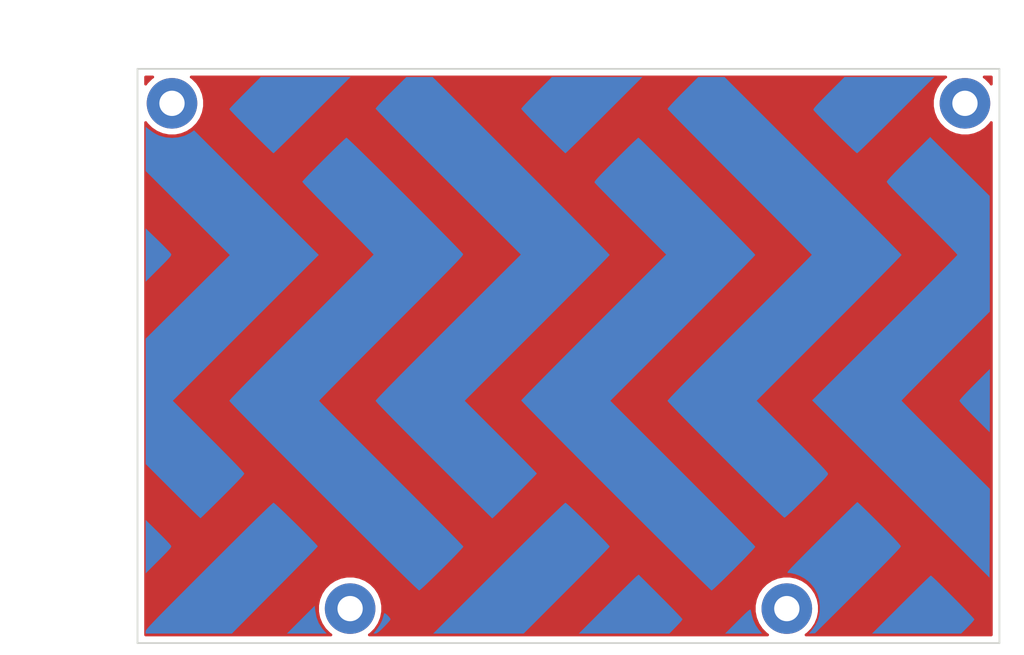
<source format=kicad_pcb>
(kicad_pcb (version 20171130) (host pcbnew "(5.1.0)-1")

  (general
    (thickness 1.6)
    (drawings 10)
    (tracks 0)
    (zones 0)
    (modules 6)
    (nets 1)
  )

  (page A4)
  (layers
    (0 F.Cu signal)
    (31 B.Cu signal)
    (32 B.Adhes user)
    (33 F.Adhes user)
    (34 B.Paste user)
    (35 F.Paste user)
    (36 B.SilkS user)
    (37 F.SilkS user)
    (38 B.Mask user)
    (39 F.Mask user)
    (40 Dwgs.User user)
    (41 Cmts.User user)
    (42 Eco1.User user)
    (43 Eco2.User user)
    (44 Edge.Cuts user)
    (45 Margin user)
    (46 B.CrtYd user)
    (47 F.CrtYd user)
    (48 B.Fab user)
    (49 F.Fab user)
  )

  (setup
    (last_trace_width 0.4)
    (user_trace_width 0.3)
    (user_trace_width 0.4)
    (user_trace_width 0.6)
    (trace_clearance 0.2)
    (zone_clearance 0.508)
    (zone_45_only no)
    (trace_min 0.2)
    (via_size 1)
    (via_drill 0.6)
    (via_min_size 0.4)
    (via_min_drill 0.3)
    (uvia_size 0.3)
    (uvia_drill 0.1)
    (uvias_allowed no)
    (uvia_min_size 0.2)
    (uvia_min_drill 0.1)
    (edge_width 0.15)
    (segment_width 0.2)
    (pcb_text_width 0.3)
    (pcb_text_size 1.5 1.5)
    (mod_edge_width 0.15)
    (mod_text_size 1 1)
    (mod_text_width 0.15)
    (pad_size 1.524 1.524)
    (pad_drill 0.762)
    (pad_to_mask_clearance 0.051)
    (solder_mask_min_width 0.25)
    (aux_axis_origin 0 0)
    (visible_elements 7FFFFFFF)
    (pcbplotparams
      (layerselection 0x01100_7ffffffe)
      (usegerberextensions true)
      (usegerberattributes false)
      (usegerberadvancedattributes false)
      (creategerberjobfile false)
      (excludeedgelayer true)
      (linewidth 0.100000)
      (plotframeref false)
      (viasonmask false)
      (mode 1)
      (useauxorigin false)
      (hpglpennumber 1)
      (hpglpenspeed 20)
      (hpglpendiameter 15.000000)
      (psnegative false)
      (psa4output false)
      (plotreference true)
      (plotvalue true)
      (plotinvisibletext false)
      (padsonsilk false)
      (subtractmaskfromsilk false)
      (outputformat 3)
      (mirror false)
      (drillshape 0)
      (scaleselection 1)
      (outputdirectory "design/"))
  )

  (net 0 "")

  (net_class Default "これはデフォルトのネット クラスです。"
    (clearance 0.2)
    (trace_width 0.4)
    (via_dia 1)
    (via_drill 0.6)
    (uvia_dia 0.3)
    (uvia_drill 0.1)
  )

  (net_class Power ""
    (clearance 0.2)
    (trace_width 0.6)
    (via_dia 1)
    (via_drill 0.6)
    (uvia_dia 0.3)
    (uvia_drill 0.1)
  )

  (module remnant_silk:bottom1 (layer F.Cu) (tedit 0) (tstamp 5CC33646)
    (at 78.5 53.5)
    (fp_text reference G*** (at 0 0) (layer F.SilkS) hide
      (effects (font (size 1.524 1.524) (thickness 0.3)))
    )
    (fp_text value LOGO (at 0.75 0) (layer F.SilkS) hide
      (effects (font (size 1.524 1.524) (thickness 0.3)))
    )
    (fp_poly (pts (xy 28.509007 -20.971132) (xy 27.991094 -20.454147) (xy 27.496026 -19.961887) (xy 27.030192 -19.500591)
      (xy 26.599982 -19.076495) (xy 26.211787 -18.69584) (xy 25.871995 -18.364863) (xy 25.586997 -18.089802)
      (xy 25.363183 -17.876897) (xy 25.206943 -17.732385) (xy 25.124665 -17.662504) (xy 25.114227 -17.656813)
      (xy 25.056987 -17.696973) (xy 24.925756 -17.811863) (xy 24.729342 -17.993095) (xy 24.476553 -18.232282)
      (xy 24.176199 -18.521037) (xy 23.837088 -18.850971) (xy 23.468028 -19.213699) (xy 23.193575 -19.485618)
      (xy 22.808825 -19.869801) (xy 22.449733 -20.231703) (xy 22.124959 -20.562352) (xy 21.843163 -20.852778)
      (xy 21.613006 -21.094009) (xy 21.443146 -21.277076) (xy 21.342245 -21.393006) (xy 21.317347 -21.429195)
      (xy 21.322075 -21.476703) (xy 21.36376 -21.552757) (xy 21.449501 -21.665265) (xy 21.586393 -21.822134)
      (xy 21.781536 -22.031271) (xy 22.042026 -22.300585) (xy 22.374962 -22.637981) (xy 22.650731 -22.914709)
      (xy 24.020542 -24.28545) (xy 31.822936 -24.28545) (xy 28.509007 -20.971132)) (layer B.Cu) (width 0.01))
    (fp_poly (pts (xy 3.109007 -20.971132) (xy 2.591543 -20.454331) (xy 2.097407 -19.962234) (xy 1.632942 -19.501074)
      (xy 1.204489 -19.077081) (xy 0.818391 -18.696488) (xy 0.480989 -18.365525) (xy 0.198627 -18.090425)
      (xy -0.022354 -17.877419) (xy -0.175612 -17.732739) (xy -0.254804 -17.662616) (xy -0.264116 -17.656813)
      (xy -0.316491 -17.697066) (xy -0.442997 -17.812314) (xy -0.63511 -17.994289) (xy -0.884308 -18.234724)
      (xy -1.182067 -18.525352) (xy -1.519864 -18.857905) (xy -1.889177 -19.224116) (xy -2.214772 -19.548948)
      (xy -2.602855 -19.938974) (xy -2.964131 -20.305546) (xy -3.290317 -20.640008) (xy -3.573129 -20.933703)
      (xy -3.804285 -21.177973) (xy -3.975502 -21.364162) (xy -4.078496 -21.483611) (xy -4.106235 -21.525818)
      (xy -4.06618 -21.586603) (xy -3.952598 -21.719363) (xy -3.775365 -21.91356) (xy -3.544355 -22.158658)
      (xy -3.269444 -22.44412) (xy -2.960508 -22.759407) (xy -2.773398 -22.948002) (xy -1.440561 -24.28545)
      (xy 6.422936 -24.28545) (xy 3.109007 -20.971132)) (layer B.Cu) (width 0.01))
    (fp_poly (pts (xy -22.290993 -20.971132) (xy -22.808457 -20.454331) (xy -23.302593 -19.962234) (xy -23.767058 -19.501074)
      (xy -24.195511 -19.077081) (xy -24.581609 -18.696488) (xy -24.919011 -18.365525) (xy -25.201373 -18.090425)
      (xy -25.422354 -17.877419) (xy -25.575612 -17.732739) (xy -25.654804 -17.662616) (xy -25.664116 -17.656813)
      (xy -25.716491 -17.697066) (xy -25.842997 -17.812314) (xy -26.03511 -17.994289) (xy -26.284308 -18.234724)
      (xy -26.582067 -18.525352) (xy -26.919864 -18.857905) (xy -27.289177 -19.224116) (xy -27.614772 -19.548948)
      (xy -28.002569 -19.938133) (xy -28.363605 -20.302878) (xy -28.689618 -20.634661) (xy -28.972342 -20.924956)
      (xy -29.203513 -21.165241) (xy -29.374868 -21.34699) (xy -29.478142 -21.46168) (xy -29.506235 -21.499878)
      (xy -29.466169 -21.554043) (xy -29.352476 -21.680567) (xy -29.174913 -21.869277) (xy -28.943238 -22.110003)
      (xy -28.667209 -22.392571) (xy -28.356583 -22.706812) (xy -28.14192 -22.922062) (xy -26.777605 -24.28545)
      (xy -18.977064 -24.28545) (xy -22.290993 -20.971132)) (layer B.Cu) (width 0.01))
    (fp_poly (pts (xy -35.709584 -10.062019) (xy -35.414049 -9.772452) (xy -35.145297 -9.502502) (xy -34.915494 -9.264923)
      (xy -34.736803 -9.072469) (xy -34.621391 -8.937894) (xy -34.582891 -8.880726) (xy -34.571109 -8.832524)
      (xy -34.57904 -8.777832) (xy -34.615373 -8.70633) (xy -34.688797 -8.607695) (xy -34.808002 -8.471607)
      (xy -34.981676 -8.287743) (xy -35.218509 -8.045782) (xy -35.527189 -7.735402) (xy -35.653445 -7.60906)
      (xy -36.780138 -6.482367) (xy -36.780138 -11.09834) (xy -35.709584 -10.062019)) (layer B.Cu) (width 0.01))
    (fp_poly (pts (xy 36.662818 3.886748) (xy 36.662479 4.441325) (xy 36.661507 4.958344) (xy 36.659971 5.426317)
      (xy 36.65794 5.833758) (xy 36.655482 6.169179) (xy 36.652666 6.421093) (xy 36.649561 6.578012)
      (xy 36.646427 6.628637) (xy 36.602601 6.588681) (xy 36.486106 6.475438) (xy 36.306969 6.298842)
      (xy 36.075213 6.068831) (xy 35.800864 5.79534) (xy 35.493946 5.488305) (xy 35.326566 5.320457)
      (xy 34.943048 4.931878) (xy 34.619102 4.596045) (xy 34.359954 4.31866) (xy 34.170825 4.105427)
      (xy 34.05694 3.962047) (xy 34.023095 3.89745) (xy 34.064942 3.821856) (xy 34.187125 3.671259)
      (xy 34.384609 3.451129) (xy 34.652359 3.166935) (xy 34.98534 2.824147) (xy 35.342956 2.463741)
      (xy 36.662818 1.144858) (xy 36.662818 3.886748)) (layer B.Cu) (width 0.01))
    (fp_poly (pts (xy 21.279183 -16.586175) (xy 22.072292 -15.792584) (xy 22.842858 -15.020634) (xy 23.586798 -14.274457)
      (xy 24.300029 -13.558182) (xy 24.978466 -12.875941) (xy 25.618026 -12.231864) (xy 26.214625 -11.63008)
      (xy 26.764178 -11.074722) (xy 27.262603 -10.569918) (xy 27.705816 -10.1198) (xy 28.089732 -9.728498)
      (xy 28.410269 -9.400143) (xy 28.663341 -9.138864) (xy 28.844866 -8.948793) (xy 28.950759 -8.834059)
      (xy 28.978291 -8.799094) (xy 28.937501 -8.748321) (xy 28.818139 -8.619294) (xy 28.62472 -8.416589)
      (xy 28.361758 -8.144786) (xy 28.033768 -7.80846) (xy 27.645263 -7.412189) (xy 27.200757 -6.96055)
      (xy 26.704766 -6.458121) (xy 26.161803 -5.909478) (xy 25.576382 -5.3192) (xy 24.953018 -4.691862)
      (xy 24.296225 -4.032042) (xy 23.610517 -3.344319) (xy 22.900409 -2.633268) (xy 22.672233 -2.405028)
      (xy 16.366176 3.901233) (xy 19.475236 7.009878) (xy 20.083445 7.618778) (xy 20.6126 8.150326)
      (xy 21.067341 8.609379) (xy 21.452312 9.000799) (xy 21.772154 9.329445) (xy 22.03151 9.600177)
      (xy 22.235021 9.817855) (xy 22.387329 9.987339) (xy 22.493077 10.113487) (xy 22.556907 10.201162)
      (xy 22.58346 10.255221) (xy 22.584851 10.265381) (xy 22.567778 10.31932) (xy 22.512225 10.405295)
      (xy 22.412151 10.529807) (xy 22.261512 10.699357) (xy 22.054266 10.920445) (xy 21.78437 11.199571)
      (xy 21.44578 11.543236) (xy 21.032454 11.957941) (xy 20.74425 12.245381) (xy 20.304134 12.68112)
      (xy 19.90805 13.068324) (xy 19.562075 13.401283) (xy 19.27229 13.674289) (xy 19.044771 13.88163)
      (xy 18.885598 14.017597) (xy 18.800849 14.076479) (xy 18.792768 14.078522) (xy 18.734704 14.037222)
      (xy 18.597086 13.915172) (xy 18.38275 13.715147) (xy 18.094531 13.439923) (xy 17.735264 13.092273)
      (xy 17.307784 12.674973) (xy 16.814926 12.190797) (xy 16.259525 11.642521) (xy 15.644417 11.03292)
      (xy 14.972435 10.364768) (xy 14.246416 9.640841) (xy 13.652769 9.047581) (xy 12.804224 8.197854)
      (xy 12.031631 7.422173) (xy 11.335767 6.721332) (xy 10.717405 6.096123) (xy 10.177321 5.54734)
      (xy 9.716288 5.075775) (xy 9.335082 4.682221) (xy 9.034477 4.367471) (xy 8.815248 4.132318)
      (xy 8.67817 3.977554) (xy 8.624018 3.903973) (xy 8.623095 3.900019) (xy 8.664827 3.840529)
      (xy 8.789624 3.699404) (xy 8.996885 3.477256) (xy 9.28601 3.174695) (xy 9.6564 2.792334)
      (xy 10.107452 2.330783) (xy 10.638569 1.790655) (xy 11.249148 1.172559) (xy 11.938591 0.477108)
      (xy 12.706296 -0.295087) (xy 13.551664 -1.143415) (xy 14.474095 -2.067264) (xy 14.899769 -2.493072)
      (xy 15.614678 -3.208244) (xy 16.306618 -3.901) (xy 16.971068 -4.566787) (xy 17.603508 -5.201055)
      (xy 18.199419 -5.799251) (xy 18.754282 -6.356825) (xy 19.263575 -6.869225) (xy 19.72278 -7.331899)
      (xy 20.127377 -7.740297) (xy 20.472845 -8.089866) (xy 20.754665 -8.376055) (xy 20.968318 -8.594313)
      (xy 21.109283 -8.740088) (xy 21.173041 -8.808829) (xy 21.176444 -8.81369) (xy 21.135736 -8.85953)
      (xy 21.016625 -8.983807) (xy 20.823626 -9.181961) (xy 20.561256 -9.449432) (xy 20.234033 -9.781661)
      (xy 19.846471 -10.174089) (xy 19.403089 -10.622155) (xy 18.908402 -11.1213) (xy 18.366927 -11.666965)
      (xy 17.783182 -12.254589) (xy 17.161681 -12.879613) (xy 16.506942 -13.537478) (xy 15.823482 -14.223624)
      (xy 15.115816 -14.93349) (xy 14.914434 -15.135395) (xy 14.200233 -15.851856) (xy 13.50875 -16.546479)
      (xy 12.844524 -17.21466) (xy 12.212097 -17.851793) (xy 11.616007 -18.453272) (xy 11.060795 -19.014494)
      (xy 10.551001 -19.530851) (xy 10.091166 -19.997739) (xy 9.685829 -20.410552) (xy 9.33953 -20.764685)
      (xy 9.056809 -21.055532) (xy 8.842207 -21.278489) (xy 8.700263 -21.42895) (xy 8.635518 -21.50231)
      (xy 8.631861 -21.508303) (xy 8.667439 -21.579056) (xy 8.785523 -21.726413) (xy 8.982902 -21.946879)
      (xy 9.256361 -22.236954) (xy 9.60269 -22.593142) (xy 9.951245 -22.944553) (xy 11.291191 -24.28545)
      (xy 13.580075 -24.28545) (xy 21.279183 -16.586175)) (layer B.Cu) (width 0.01))
    (fp_poly (pts (xy -4.120817 -16.586175) (xy -3.327707 -15.792582) (xy -2.55714 -15.020628) (xy -1.813198 -14.274444)
      (xy -1.099967 -13.558162) (xy -0.421529 -12.875911) (xy 0.218031 -12.231822) (xy 0.814631 -11.630027)
      (xy 1.364185 -11.074654) (xy 1.86261 -10.569836) (xy 2.305822 -10.119702) (xy 2.689738 -9.728383)
      (xy 3.010274 -9.40001) (xy 3.263345 -9.138713) (xy 3.444869 -8.948623) (xy 3.550761 -8.833871)
      (xy 3.578291 -8.798891) (xy 3.537499 -8.748095) (xy 3.418133 -8.619048) (xy 3.224708 -8.416328)
      (xy 2.961738 -8.144513) (xy 2.633738 -7.808179) (xy 2.245222 -7.411904) (xy 1.800705 -6.960266)
      (xy 1.304702 -6.457842) (xy 0.761727 -5.909209) (xy 0.176295 -5.318946) (xy -0.447079 -4.691629)
      (xy -1.103882 -4.031836) (xy -1.789598 -3.344144) (xy -2.499713 -2.633131) (xy -2.727401 -2.405393)
      (xy -9.033094 3.900095) (xy -5.895069 7.040116) (xy -5.392605 7.543614) (xy -4.915007 8.023582)
      (xy -4.468675 8.473503) (xy -4.06001 8.886861) (xy -3.695412 9.257137) (xy -3.381281 9.577814)
      (xy -3.124018 9.842376) (xy -2.930023 10.044304) (xy -2.805697 10.177082) (xy -2.757439 10.234193)
      (xy -2.757044 10.235471) (xy -2.797 10.285366) (xy -2.910225 10.40788) (xy -3.086755 10.592969)
      (xy -3.316625 10.830587) (xy -3.58987 11.110691) (xy -3.896525 11.423237) (xy -4.226625 11.75818)
      (xy -4.570206 12.105476) (xy -4.917304 12.455082) (xy -5.257952 12.796952) (xy -5.582187 13.121044)
      (xy -5.880043 13.417312) (xy -6.141557 13.675713) (xy -6.356763 13.886202) (xy -6.515696 14.038735)
      (xy -6.608392 14.123268) (xy -6.627908 14.137182) (xy -6.672495 14.096509) (xy -6.79491 13.977844)
      (xy -6.99009 13.786221) (xy -7.252972 13.526675) (xy -7.578491 13.204239) (xy -7.961585 12.823947)
      (xy -8.397189 12.390833) (xy -8.880241 11.909931) (xy -9.405678 11.386275) (xy -9.968435 10.824898)
      (xy -10.563449 10.230835) (xy -11.185657 9.609119) (xy -11.717898 9.076916) (xy -12.576374 8.217258)
      (xy -13.356856 7.433685) (xy -14.058765 6.726789) (xy -14.681526 6.09716) (xy -15.224562 5.545388)
      (xy -15.687294 5.072065) (xy -16.069146 4.67778) (xy -16.369541 4.363124) (xy -16.587902 4.128689)
      (xy -16.723651 3.975064) (xy -16.776212 3.902841) (xy -16.776905 3.899491) (xy -16.735077 3.839775)
      (xy -16.609846 3.698318) (xy -16.401592 3.475505) (xy -16.110692 3.171721) (xy -15.737527 2.787351)
      (xy -15.282475 2.322781) (xy -14.745915 1.778396) (xy -14.128227 1.154581) (xy -13.429789 0.451722)
      (xy -12.650981 -0.329797) (xy -11.792182 -1.18959) (xy -10.853771 -2.127272) (xy -10.456235 -2.524032)
      (xy -4.135566 -8.830395) (xy -10.456235 -15.133801) (xy -11.181812 -15.858049) (xy -11.882913 -16.559148)
      (xy -12.555109 -17.232608) (xy -13.193967 -17.873939) (xy -13.795056 -18.478651) (xy -14.353945 -19.042254)
      (xy -14.866203 -19.560258) (xy -15.327399 -20.028174) (xy -15.733101 -20.441511) (xy -16.078878 -20.79578)
      (xy -16.360299 -21.08649) (xy -16.572933 -21.309151) (xy -16.712347 -21.459274) (xy -16.774112 -21.532368)
      (xy -16.776905 -21.538198) (xy -16.736537 -21.602794) (xy -16.622089 -21.73858) (xy -16.44355 -21.93491)
      (xy -16.210905 -22.181138) (xy -15.934144 -22.466618) (xy -15.623252 -22.780704) (xy -15.442379 -22.960751)
      (xy -14.107852 -24.282314) (xy -12.963888 -24.283882) (xy -11.819925 -24.28545) (xy -4.120817 -16.586175)) (layer B.Cu) (width 0.01))
    (fp_poly (pts (xy -36.362275 -19.624401) (xy -36.125389 -19.460598) (xy -35.874893 -19.31031) (xy -35.657697 -19.201246)
      (xy -35.619846 -19.185844) (xy -35.07298 -19.033655) (xy -34.508442 -18.981848) (xy -33.947944 -19.028195)
      (xy -33.413193 -19.170468) (xy -32.9259 -19.406439) (xy -32.824164 -19.472805) (xy -32.577156 -19.642751)
      (xy -21.733938 -8.799059) (xy -28.083882 -2.448913) (xy -34.433825 3.901232) (xy -31.324764 7.009877)
      (xy -30.667414 7.668494) (xy -30.092479 8.247463) (xy -29.598082 8.74874) (xy -29.182342 9.174277)
      (xy -28.843382 9.526029) (xy -28.579322 9.80595) (xy -28.388285 10.015992) (xy -28.26839 10.158111)
      (xy -28.21776 10.23426) (xy -28.215704 10.24315) (xy -28.251935 10.312964) (xy -28.361931 10.450612)
      (xy -28.547646 10.658166) (xy -28.811035 10.937702) (xy -29.154053 11.291293) (xy -29.578655 11.721012)
      (xy -30.086796 12.228934) (xy -30.095723 12.237815) (xy -30.483702 12.623169) (xy -30.846464 12.982385)
      (xy -31.175502 13.307119) (xy -31.46231 13.589028) (xy -31.698382 13.819767) (xy -31.875213 13.990992)
      (xy -31.984296 14.09436) (xy -32.017059 14.122585) (xy -32.064955 14.084988) (xy -32.188078 13.971533)
      (xy -32.378925 13.78955) (xy -32.629996 13.546367) (xy -32.933786 13.249313) (xy -33.282793 12.905718)
      (xy -33.669516 12.522911) (xy -34.086452 12.10822) (xy -34.419257 11.775897) (xy -36.780138 9.414475)
      (xy -36.780138 -1.5093) (xy -33.12088 -5.146722) (xy -29.461621 -8.784143) (xy -33.12088 -12.44305)
      (xy -36.780138 -16.101958) (xy -36.780138 -19.938753) (xy -36.362275 -19.624401)) (layer B.Cu) (width 0.01))
    (fp_poly (pts (xy -35.709584 15.343952) (xy -35.415155 15.635932) (xy -35.147255 15.907393) (xy -34.917906 16.145683)
      (xy -34.739133 16.338153) (xy -34.622957 16.472152) (xy -34.582891 16.529397) (xy -34.572219 16.575834)
      (xy -34.58353 16.631678) (xy -34.625456 16.707099) (xy -34.706628 16.812271) (xy -34.83568 16.957365)
      (xy -35.021242 17.152554) (xy -35.271946 17.408008) (xy -35.596425 17.733901) (xy -35.653445 17.79094)
      (xy -36.780138 18.917633) (xy -36.780138 14.293355) (xy -35.709584 15.343952)) (layer B.Cu) (width 0.01))
    (fp_poly (pts (xy 34.057847 -16.497053) (xy 36.645811 -13.931871) (xy 36.654314 -8.898414) (xy 36.662818 -3.864958)
      (xy 32.820554 -0.015712) (xy 32.263647 0.542755) (xy 31.73096 1.077999) (xy 31.22827 1.584157)
      (xy 30.761351 2.055366) (xy 30.335979 2.485761) (xy 29.957928 2.86948) (xy 29.632973 3.200658)
      (xy 29.36689 3.473433) (xy 29.165454 3.68194) (xy 29.034439 3.820317) (xy 28.979621 3.8827)
      (xy 28.978291 3.885401) (xy 29.018978 3.933395) (xy 29.13717 4.058145) (xy 29.327061 4.253799)
      (xy 29.582848 4.514505) (xy 29.898726 4.834414) (xy 30.268891 5.207672) (xy 30.687537 5.62843)
      (xy 31.148862 6.090835) (xy 31.647059 6.589037) (xy 32.176325 7.117184) (xy 32.730854 7.669425)
      (xy 32.823276 7.761359) (xy 36.668261 11.58545) (xy 36.650874 15.442472) (xy 36.633487 19.299493)
      (xy 28.919631 11.581958) (xy 21.205774 3.864424) (xy 27.526444 -2.432756) (xy 28.244756 -3.148908)
      (xy 28.940052 -3.84311) (xy 29.607813 -4.510804) (xy 30.243516 -5.147428) (xy 30.842642 -5.748422)
      (xy 31.40067 -6.309226) (xy 31.913079 -6.825281) (xy 32.375349 -7.292025) (xy 32.782959 -7.7049)
      (xy 33.131388 -8.059344) (xy 33.416117 -8.350797) (xy 33.632623 -8.5747) (xy 33.776388 -8.726492)
      (xy 33.842889 -8.801614) (xy 33.847113 -8.80871) (xy 33.806582 -8.861952) (xy 33.689304 -8.991255)
      (xy 33.501752 -9.189982) (xy 33.250401 -9.451501) (xy 32.941723 -9.769175) (xy 32.582194 -10.136369)
      (xy 32.178285 -10.546449) (xy 31.73647 -10.992779) (xy 31.263224 -11.468724) (xy 30.765717 -11.966953)
      (xy 30.166189 -12.566803) (xy 29.645448 -13.089468) (xy 29.198644 -13.540032) (xy 28.820927 -13.923584)
      (xy 28.507444 -14.245208) (xy 28.253344 -14.509992) (xy 28.053778 -14.723021) (xy 27.903893 -14.889383)
      (xy 27.798838 -15.014162) (xy 27.733763 -15.102446) (xy 27.703816 -15.159322) (xy 27.700706 -15.180601)
      (xy 27.74749 -15.258358) (xy 27.876944 -15.414187) (xy 28.086588 -15.645454) (xy 28.37394 -15.949527)
      (xy 28.736516 -16.323773) (xy 29.171836 -16.76556) (xy 29.593487 -17.188508) (xy 31.469884 -19.062236)
      (xy 34.057847 -16.497053)) (layer B.Cu) (width 0.01))
    (fp_poly (pts (xy 6.137353 -18.965248) (xy 6.265568 -18.847093) (xy 6.463826 -18.657715) (xy 6.72598 -18.403289)
      (xy 7.045879 -18.089988) (xy 7.417376 -17.723986) (xy 7.834322 -17.31146) (xy 8.290568 -16.858581)
      (xy 8.779966 -16.371526) (xy 9.296368 -15.856468) (xy 9.833624 -15.319582) (xy 10.385586 -14.767042)
      (xy 10.946106 -14.205023) (xy 11.509036 -13.639698) (xy 12.068225 -13.077243) (xy 12.617527 -12.523832)
      (xy 13.150791 -11.985638) (xy 13.661871 -11.468837) (xy 14.144617 -10.979603) (xy 14.59288 -10.52411)
      (xy 15.000513 -10.108532) (xy 15.361366 -9.739045) (xy 15.669291 -9.421821) (xy 15.91814 -9.163037)
      (xy 16.101763 -8.968865) (xy 16.214012 -8.845481) (xy 16.248961 -8.799708) (xy 16.20817 -8.748865)
      (xy 16.088807 -8.619768) (xy 15.895386 -8.416997) (xy 15.632422 -8.145129) (xy 15.304428 -7.808742)
      (xy 14.915919 -7.412413) (xy 14.47141 -6.960721) (xy 13.975415 -6.458243) (xy 13.432447 -5.909556)
      (xy 12.847022 -5.319239) (xy 12.223654 -4.691869) (xy 11.566857 -4.032025) (xy 10.881145 -3.344283)
      (xy 10.171032 -2.633222) (xy 9.942956 -2.40508) (xy 3.636951 3.901127) (xy 9.942956 10.206928)
      (xy 10.659886 10.924462) (xy 11.353833 11.620223) (xy 12.020282 12.289626) (xy 12.654717 12.928086)
      (xy 13.252624 13.531018) (xy 13.809485 14.093837) (xy 14.320786 14.611959) (xy 14.782011 15.080799)
      (xy 15.188644 15.495771) (xy 15.53617 15.852291) (xy 15.820074 16.145774) (xy 16.035839 16.371636)
      (xy 16.178951 16.52529) (xy 16.244893 16.602154) (xy 16.248961 16.609714) (xy 16.208482 16.673313)
      (xy 16.09389 16.808126) (xy 15.91545 17.003868) (xy 15.683428 17.250253) (xy 15.40809 17.536995)
      (xy 15.099702 17.85381) (xy 14.768529 18.190409) (xy 14.424839 18.536509) (xy 14.078895 18.881822)
      (xy 13.740965 19.216064) (xy 13.421313 19.528948) (xy 13.130207 19.810188) (xy 12.877911 20.049499)
      (xy 12.674692 20.236595) (xy 12.530816 20.36119) (xy 12.456548 20.412997) (xy 12.452215 20.413857)
      (xy 12.399928 20.372826) (xy 12.268211 20.251927) (xy 12.060392 20.054446) (xy 11.779801 19.783671)
      (xy 11.429768 19.442889) (xy 11.01362 19.035389) (xy 10.534689 18.564458) (xy 9.996302 18.033383)
      (xy 9.40179 17.445452) (xy 8.754481 16.803953) (xy 8.057704 16.112174) (xy 7.314789 15.373401)
      (xy 6.529066 14.590923) (xy 5.703862 13.768026) (xy 4.842508 12.908) (xy 4.120823 12.186642)
      (xy 3.300651 11.366022) (xy 2.502886 10.566969) (xy 1.731478 9.793477) (xy 0.990377 9.049536)
      (xy 0.283534 8.33914) (xy -0.385103 7.666281) (xy -1.011583 7.034949) (xy -1.591955 6.449138)
      (xy -2.12227 5.91284) (xy -2.598578 5.430046) (xy -3.016928 5.004748) (xy -3.373371 4.640939)
      (xy -3.663956 4.34261) (xy -3.884733 4.113755) (xy -4.031753 3.958363) (xy -4.101065 3.880429)
      (xy -4.106235 3.872155) (xy -4.065448 3.821441) (xy -3.946095 3.692465) (xy -3.75269 3.489807)
      (xy -3.489746 3.218042) (xy -3.161779 2.881748) (xy -2.7733 2.485501) (xy -2.328825 2.033879)
      (xy -1.832867 1.531459) (xy -1.289939 0.982816) (xy -0.704556 0.39253) (xy -0.081231 -0.234825)
      (xy 0.575522 -0.89467) (xy 1.261189 -1.582428) (xy 1.971256 -2.293524) (xy 2.19969 -2.522051)
      (xy 8.505615 -8.828984) (xy 5.422415 -11.908372) (xy 4.922407 -12.408405) (xy 4.445949 -12.886137)
      (xy 3.999675 -13.334838) (xy 3.59022 -13.747777) (xy 3.22422 -14.118225) (xy 2.908311 -14.439452)
      (xy 2.649126 -14.704727) (xy 2.453302 -14.907321) (xy 2.327474 -15.040504) (xy 2.278432 -15.097257)
      (xy 2.272544 -15.13192) (xy 2.290791 -15.183906) (xy 2.339747 -15.260409) (xy 2.425983 -15.368625)
      (xy 2.556073 -15.515746) (xy 2.736589 -15.708969) (xy 2.974104 -15.955486) (xy 3.275191 -16.262492)
      (xy 3.646423 -16.637181) (xy 4.094372 -17.086749) (xy 4.113967 -17.106379) (xy 4.503914 -17.495411)
      (xy 4.870072 -17.85764) (xy 5.203858 -18.184793) (xy 5.496689 -18.468602) (xy 5.73998 -18.700794)
      (xy 5.925149 -18.873099) (xy 6.043613 -18.977245) (xy 6.08533 -19.006005) (xy 6.137353 -18.965248)) (layer B.Cu) (width 0.01))
    (fp_poly (pts (xy -19.261138 -18.965284) (xy -19.129453 -18.847245) (xy -18.927738 -18.658075) (xy -18.662185 -18.40396)
      (xy -18.338982 -18.091087) (xy -17.96432 -17.725642) (xy -17.544389 -17.313811) (xy -17.085378 -16.861781)
      (xy -16.593479 -16.375738) (xy -16.07488 -15.861869) (xy -15.535772 -15.32636) (xy -14.982345 -14.775397)
      (xy -14.42079 -14.215167) (xy -13.857295 -13.651857) (xy -13.298051 -13.091652) (xy -12.749248 -12.540739)
      (xy -12.217076 -12.005304) (xy -11.707724 -11.491535) (xy -11.227385 -11.005616) (xy -10.782246 -10.553736)
      (xy -10.378498 -10.142079) (xy -10.022331 -9.776833) (xy -9.719935 -9.464184) (xy -9.477501 -9.210319)
      (xy -9.301217 -9.021423) (xy -9.197275 -8.903683) (xy -9.170528 -8.865844) (xy -9.172881 -8.839888)
      (xy -9.192528 -8.798833) (xy -9.233214 -8.738831) (xy -9.298684 -8.656031) (xy -9.392684 -8.546583)
      (xy -9.518958 -8.406638) (xy -9.681253 -8.232347) (xy -9.883312 -8.019859) (xy -10.128883 -7.765325)
      (xy -10.421709 -7.464895) (xy -10.765537 -7.11472) (xy -11.164111 -6.710949) (xy -11.621177 -6.249733)
      (xy -12.140479 -5.727223) (xy -12.725764 -5.139568) (xy -13.380777 -4.482919) (xy -14.109262 -3.753426)
      (xy -14.914966 -2.94724) (xy -15.419708 -2.442417) (xy -16.135159 -1.726563) (xy -16.827636 -1.032949)
      (xy -17.492623 -0.366136) (xy -18.125601 0.269315) (xy -18.72205 0.868843) (xy -19.277454 1.427888)
      (xy -19.787292 1.941889) (xy -20.247048 2.406285) (xy -20.652202 2.816516) (xy -20.998236 3.16802)
      (xy -21.280632 3.456237) (xy -21.494871 3.676606) (xy -21.636434 3.824566) (xy -21.700804 3.895557)
      (xy -21.704388 3.901128) (xy -21.663618 3.948579) (xy -21.544324 4.074336) (xy -21.351028 4.273838)
      (xy -21.088249 4.542519) (xy -20.760511 4.875816) (xy -20.372335 5.269166) (xy -19.928242 5.718004)
      (xy -19.432753 6.217768) (xy -18.890391 6.763894) (xy -18.305677 7.351817) (xy -17.683133 7.976975)
      (xy -17.027279 8.634803) (xy -16.342638 9.320738) (xy -15.633731 10.030216) (xy -15.427713 10.236259)
      (xy -14.712528 10.951995) (xy -14.020333 11.64585) (xy -13.355652 12.313234) (xy -12.72301 12.949559)
      (xy -12.126934 13.550236) (xy -11.571948 14.110676) (xy -11.062577 14.62629) (xy -10.603346 15.092491)
      (xy -10.19878 15.504688) (xy -9.853405 15.858294) (xy -9.571746 16.148719) (xy -9.358328 16.371375)
      (xy -9.217675 16.521673) (xy -9.154314 16.595025) (xy -9.151039 16.601165) (xy -9.191742 16.665412)
      (xy -9.306994 16.800489) (xy -9.486506 16.996188) (xy -9.719993 17.242303) (xy -9.997166 17.528625)
      (xy -10.307738 17.844946) (xy -10.641423 18.181059) (xy -10.987933 18.526755) (xy -11.336981 18.871828)
      (xy -11.67828 19.206069) (xy -12.001542 19.519271) (xy -12.29648 19.801225) (xy -12.552808 20.041725)
      (xy -12.760238 20.230562) (xy -12.908482 20.357529) (xy -12.987254 20.412418) (xy -12.993406 20.413857)
      (xy -13.050805 20.372172) (xy -13.190186 20.247394) (xy -13.411126 20.039939) (xy -13.713203 19.750225)
      (xy -14.095995 19.378667) (xy -14.559079 18.925683) (xy -15.102032 18.391687) (xy -15.724434 17.777098)
      (xy -16.42586 17.08233) (xy -17.205889 16.307802) (xy -18.064099 15.453929) (xy -19.000067 14.521127)
      (xy -20.01337 13.509813) (xy -21.103587 12.420404) (xy -21.308194 12.215815) (xy -22.406229 11.117189)
      (xy -23.427414 10.094233) (xy -24.371247 9.147457) (xy -25.237225 8.277373) (xy -26.024843 7.48449)
      (xy -26.7336 6.769318) (xy -27.362993 6.132369) (xy -27.912517 5.574151) (xy -28.38167 5.095175)
      (xy -28.769949 4.695951) (xy -29.076851 4.376991) (xy -29.301873 4.138803) (xy -29.444511 3.981898)
      (xy -29.504263 3.906787) (xy -29.506235 3.901331) (xy -29.464521 3.841934) (xy -29.33982 3.700947)
      (xy -29.132793 3.479044) (xy -28.844102 3.176899) (xy -28.474407 2.795186) (xy -28.024369 2.334578)
      (xy -27.494651 1.795749) (xy -26.885913 1.179372) (xy -26.198816 0.486122) (xy -25.434023 -0.28333)
      (xy -24.592193 -1.128308) (xy -23.673988 -2.048139) (xy -23.229561 -2.492799) (xy -22.514597 -3.208258)
      (xy -21.822606 -3.901472) (xy -21.15811 -4.567877) (xy -20.525629 -5.202909) (xy -19.929685 -5.802003)
      (xy -19.374798 -6.360598) (xy -18.865489 -6.874127) (xy -18.406279 -7.338029) (xy -18.001688 -7.747739)
      (xy -17.656238 -8.098694) (xy -17.37445 -8.386329) (xy -17.160845 -8.606081) (xy -17.019942 -8.753387)
      (xy -16.956264 -8.823682) (xy -16.952887 -8.828984) (xy -16.993388 -8.87888) (xy -17.110604 -9.004991)
      (xy -17.298097 -9.200761) (xy -17.549433 -9.459638) (xy -17.858176 -9.775067) (xy -18.217891 -10.140495)
      (xy -18.622143 -10.549367) (xy -19.064495 -10.995131) (xy -19.538514 -11.471232) (xy -20.037763 -11.971116)
      (xy -20.062937 -11.996281) (xy -20.563012 -12.497255) (xy -21.037792 -12.975028) (xy -21.480876 -13.423027)
      (xy -21.885864 -13.834679) (xy -22.246354 -14.20341) (xy -22.555945 -14.522648) (xy -22.808237 -14.785819)
      (xy -22.996827 -14.98635) (xy -23.115317 -15.117668) (xy -23.157303 -15.173199) (xy -23.157279 -15.173872)
      (xy -23.111599 -15.237265) (xy -22.992571 -15.371506) (xy -22.810373 -15.566442) (xy -22.575182 -15.811916)
      (xy -22.297175 -16.097775) (xy -21.98653 -16.413864) (xy -21.653423 -16.750027) (xy -21.308033 -17.096112)
      (xy -20.960536 -17.441962) (xy -20.621109 -17.777423) (xy -20.299931 -18.092342) (xy -20.007178 -18.376561)
      (xy -19.753027 -18.619929) (xy -19.547656 -18.812289) (xy -19.401243 -18.943486) (xy -19.323964 -19.003367)
      (xy -19.316604 -19.006005) (xy -19.261138 -18.965284)) (layer B.Cu) (width 0.01))
    (fp_poly (pts (xy 31.586937 19.163808) (xy 31.715114 19.278426) (xy 31.904479 19.456935) (xy 32.144872 19.689091)
      (xy 32.42613 19.964648) (xy 32.738093 20.273362) (xy 33.070597 20.60499) (xy 33.413482 20.949286)
      (xy 33.756586 21.296005) (xy 34.089748 21.634904) (xy 34.402805 21.955737) (xy 34.685596 22.248261)
      (xy 34.927959 22.50223) (xy 35.119733 22.7074) (xy 35.250756 22.853527) (xy 35.310867 22.930366)
      (xy 35.313626 22.937698) (xy 35.27391 23.009648) (xy 35.165013 23.145229) (xy 35.00231 23.32674)
      (xy 34.801175 23.536483) (xy 34.740637 23.59729) (xy 34.167647 24.168129) (xy 26.427071 24.168129)
      (xy 28.948961 21.645727) (xy 29.399353 21.196193) (xy 29.825902 20.772294) (xy 30.221289 20.381181)
      (xy 30.578199 20.030004) (xy 30.889314 19.725914) (xy 31.147318 19.47606) (xy 31.344893 19.287593)
      (xy 31.474724 19.167664) (xy 31.529492 19.123423) (xy 31.530111 19.123326) (xy 31.586937 19.163808)) (layer B.Cu) (width 0.01))
    (fp_poly (pts (xy 25.188625 12.769575) (xy 25.315142 12.884754) (xy 25.507118 13.066534) (xy 25.755957 13.306583)
      (xy 26.053067 13.596567) (xy 26.38985 13.928153) (xy 26.757713 14.293009) (xy 27.057503 14.59214)
      (xy 27.554239 15.091261) (xy 27.968916 15.51284) (xy 28.304559 15.860109) (xy 28.564192 16.136302)
      (xy 28.75084 16.344654) (xy 28.867528 16.488398) (xy 28.917281 16.570768) (xy 28.919631 16.582992)
      (xy 28.890935 16.635857) (xy 28.803123 16.744793) (xy 28.653607 16.912467) (xy 28.439799 17.141543)
      (xy 28.159113 17.434688) (xy 27.808959 17.794567) (xy 27.38675 18.223846) (xy 26.8899 18.72519)
      (xy 26.315819 19.301266) (xy 25.661921 19.954739) (xy 25.190195 20.424917) (xy 21.460759 24.138799)
      (xy 21.197874 24.156817) (xy 20.934989 24.174836) (xy 21.202294 23.846658) (xy 21.50337 23.425405)
      (xy 21.70905 23.00598) (xy 21.830401 22.556688) (xy 21.878495 22.045836) (xy 21.88037 21.905232)
      (xy 21.828262 21.296659) (xy 21.671613 20.741162) (xy 21.409929 20.237614) (xy 21.042719 19.784889)
      (xy 20.890317 19.63926) (xy 20.537492 19.373236) (xy 20.133151 19.151888) (xy 19.711541 18.989753)
      (xy 19.306913 18.901368) (xy 19.123535 18.88938) (xy 19.087441 18.886811) (xy 19.065064 18.87569)
      (xy 19.061572 18.850479) (xy 19.082136 18.805639) (xy 19.131922 18.735628) (xy 19.216099 18.634909)
      (xy 19.339837 18.497942) (xy 19.508304 18.319186) (xy 19.726667 18.093104) (xy 20.000097 17.814156)
      (xy 20.333761 17.476801) (xy 20.732828 17.075502) (xy 21.202466 16.604717) (xy 21.747845 16.058909)
      (xy 21.997691 15.809007) (xy 22.496203 15.311206) (xy 22.971251 14.838346) (xy 23.416244 14.396895)
      (xy 23.824594 13.993319) (xy 24.189711 13.634083) (xy 24.505004 13.325654) (xy 24.763885 13.074498)
      (xy 24.959764 12.887081) (xy 25.086051 12.76987) (xy 25.136156 12.72933) (xy 25.136162 12.72933)
      (xy 25.188625 12.769575)) (layer B.Cu) (width 0.01))
    (fp_poly (pts (xy 15.846011 22.099559) (xy 15.876378 22.211447) (xy 15.916704 22.394033) (xy 15.948275 22.554965)
      (xy 16.073103 22.987802) (xy 16.277455 23.42402) (xy 16.536609 23.81318) (xy 16.605024 23.894893)
      (xy 16.845537 24.168129) (xy 13.639758 24.168129) (xy 14.724382 23.082122) (xy 15.063531 22.744581)
      (xy 15.329714 22.484847) (xy 15.530983 22.29587) (xy 15.675386 22.170597) (xy 15.770972 22.101979)
      (xy 15.825791 22.082963) (xy 15.846011 22.099559)) (layer B.Cu) (width 0.01))
    (fp_poly (pts (xy 8.013196 20.947835) (xy 8.402257 21.338495) (xy 8.764525 21.705608) (xy 9.091736 22.040554)
      (xy 9.375623 22.334717) (xy 9.60792 22.579475) (xy 9.780363 22.766212) (xy 9.884685 22.886308)
      (xy 9.913626 22.929472) (xy 9.874379 22.999244) (xy 9.766747 23.133761) (xy 9.605893 23.315402)
      (xy 9.406983 23.526549) (xy 9.345371 23.589741) (xy 8.777116 24.168129) (xy 0.909768 24.168129)
      (xy 3.343914 21.729927) (xy 3.790207 21.283658) (xy 4.215714 20.85965) (xy 4.612544 20.465671)
      (xy 4.972802 20.109488) (xy 5.288595 19.798869) (xy 5.552029 19.541582) (xy 5.755211 19.345395)
      (xy 5.890247 19.218075) (xy 5.945413 19.169902) (xy 6.112765 19.04808) (xy 8.013196 20.947835)) (layer B.Cu) (width 0.01))
    (fp_poly (pts (xy -0.198242 12.82839) (xy -0.062258 12.942781) (xy 0.134811 13.120955) (xy 0.382683 13.3527)
      (xy 0.671074 13.627807) (xy 0.989703 13.936066) (xy 1.328285 14.267267) (xy 1.676539 14.6112)
      (xy 2.024182 14.957655) (xy 2.36093 15.296421) (xy 2.676502 15.61729) (xy 2.960614 15.91005)
      (xy 3.202984 16.164491) (xy 3.393328 16.370405) (xy 3.521365 16.51758) (xy 3.576811 16.595806)
      (xy 3.578291 16.60197) (xy 3.537695 16.655051) (xy 3.419819 16.784895) (xy 3.230533 16.985495)
      (xy 2.975705 17.250849) (xy 2.661205 17.57495) (xy 2.292903 17.951794) (xy 1.876667 18.375375)
      (xy 1.418367 18.839689) (xy 0.923872 19.33873) (xy 0.399051 19.866494) (xy -0.150227 20.416975)
      (xy -0.160694 20.427448) (xy -3.89968 24.168129) (xy -11.761205 24.168129) (xy -6.071362 18.47806)
      (xy -5.136723 17.544252) (xy -4.284123 16.694225) (xy -3.513517 15.927936) (xy -2.824863 15.245342)
      (xy -2.218115 14.646398) (xy -1.69323 14.131062) (xy -1.250163 13.699291) (xy -0.888869 13.351041)
      (xy -0.609306 13.086269) (xy -0.411428 12.904931) (xy -0.295191 12.806984) (xy -0.262858 12.787991)
      (xy -0.198242 12.82839)) (layer B.Cu) (width 0.01))
    (fp_poly (pts (xy -15.889509 22.46328) (xy -15.766631 22.567121) (xy -15.642745 22.692467) (xy -15.542195 22.816149)
      (xy -15.48932 22.914996) (xy -15.486374 22.934908) (xy -15.526111 23.007906) (xy -15.635062 23.144396)
      (xy -15.79784 23.326592) (xy -15.999058 23.536703) (xy -16.059363 23.59729) (xy -16.307712 23.83953)
      (xy -16.492666 24.006046) (xy -16.62919 24.108427) (xy -16.732251 24.158263) (xy -16.796512 24.168129)
      (xy -16.960671 24.168129) (xy -16.698938 23.830831) (xy -16.4303 23.447199) (xy -16.243316 23.08614)
      (xy -16.131476 22.760277) (xy -16.08281 22.583073) (xy -16.044452 22.445961) (xy -16.034882 22.412794)
      (xy -15.98704 22.404114) (xy -15.889509 22.46328)) (layer B.Cu) (width 0.01))
    (fp_poly (pts (xy -22.040908 22.158085) (xy -21.929809 22.744607) (xy -21.733819 23.258761) (xy -21.446465 23.715438)
      (xy -21.277395 23.915121) (xy -21.04418 24.168129) (xy -24.489689 24.168129) (xy -23.287685 22.964667)
      (xy -22.085681 21.761204) (xy -22.040908 22.158085)) (layer B.Cu) (width 0.01))
    (fp_poly (pts (xy -25.601176 12.828187) (xy -25.467087 12.941999) (xy -25.271544 13.119262) (xy -25.024847 13.349812)
      (xy -24.737296 13.623484) (xy -24.419189 13.930114) (xy -24.080828 14.259537) (xy -23.732512 14.601588)
      (xy -23.384539 14.946104) (xy -23.047211 15.282919) (xy -22.730827 15.601869) (xy -22.445685 15.892789)
      (xy -22.202087 16.145516) (xy -22.010332 16.349884) (xy -21.880718 16.495728) (xy -21.823547 16.572885)
      (xy -21.821709 16.579387) (xy -21.862145 16.629776) (xy -21.979561 16.757279) (xy -22.16812 16.955915)
      (xy -22.421983 17.219698) (xy -22.735312 17.542647) (xy -23.102269 17.918777) (xy -23.517017 18.342105)
      (xy -23.973717 18.806648) (xy -24.466531 19.306421) (xy -24.989622 19.835443) (xy -25.537152 20.387729)
      (xy -25.555932 20.406647) (xy -29.290155 24.168129) (xy -36.780138 24.168129) (xy -36.780138 23.977366)
      (xy -36.775272 23.945075) (xy -36.75793 23.903051) (xy -36.724004 23.84704) (xy -36.66938 23.772787)
      (xy -36.589949 23.676041) (xy -36.481599 23.552546) (xy -36.34022 23.39805) (xy -36.161699 23.208299)
      (xy -35.941925 22.979039) (xy -35.676789 22.706017) (xy -35.362178 22.384979) (xy -34.993982 22.011673)
      (xy -34.568089 21.581843) (xy -34.080388 21.091237) (xy -33.526768 20.535602) (xy -32.903119 19.910683)
      (xy -32.205328 19.212227) (xy -31.429285 18.43598) (xy -31.280599 18.287296) (xy -30.376041 17.38367)
      (xy -29.549552 16.559894) (xy -28.801516 15.816343) (xy -28.132316 15.153391) (xy -27.542333 14.571411)
      (xy -27.031949 14.07078) (xy -26.601548 13.65187) (xy -26.251511 13.315057) (xy -25.982221 13.060714)
      (xy -25.79406 12.889216) (xy -25.687411 12.800938) (xy -25.663512 12.787991) (xy -25.601176 12.828187)) (layer B.Cu) (width 0.01))
  )

  (module Mounting_Holes:MountingHole_2.2mm_M2_Pad (layer F.Cu) (tedit 56D1B4CB) (tstamp 5CBC2232)
    (at 97.5 75.5)
    (descr "Mounting Hole 2.2mm, M2")
    (tags "mounting hole 2.2mm m2")
    (path /5CC43F5A)
    (attr virtual)
    (fp_text reference H4 (at 0 -3.2) (layer F.SilkS) hide
      (effects (font (size 1 1) (thickness 0.15)))
    )
    (fp_text value MountingHole (at 0 3.2) (layer F.Fab)
      (effects (font (size 1 1) (thickness 0.15)))
    )
    (fp_text user %R (at 0.3 0) (layer F.Fab)
      (effects (font (size 1 1) (thickness 0.15)))
    )
    (fp_circle (center 0 0) (end 2.2 0) (layer Cmts.User) (width 0.15))
    (fp_circle (center 0 0) (end 2.45 0) (layer F.CrtYd) (width 0.05))
    (pad 1 thru_hole circle (at 0 0) (size 4.4 4.4) (drill 2.2) (layers *.Cu *.Mask))
  )

  (module Mounting_Holes:MountingHole_2.2mm_M2_Pad (layer F.Cu) (tedit 56D1B4CB) (tstamp 5CBC222F)
    (at 59.5 75.5)
    (descr "Mounting Hole 2.2mm, M2")
    (tags "mounting hole 2.2mm m2")
    (path /5CC43DC0)
    (attr virtual)
    (fp_text reference H3 (at 0 -3.2) (layer F.SilkS) hide
      (effects (font (size 1 1) (thickness 0.15)))
    )
    (fp_text value MountingHole (at 0 3.2) (layer F.Fab)
      (effects (font (size 1 1) (thickness 0.15)))
    )
    (fp_text user %R (at 0.3 0) (layer F.Fab)
      (effects (font (size 1 1) (thickness 0.15)))
    )
    (fp_circle (center 0 0) (end 2.2 0) (layer Cmts.User) (width 0.15))
    (fp_circle (center 0 0) (end 2.45 0) (layer F.CrtYd) (width 0.05))
    (pad 1 thru_hole circle (at 0 0) (size 4.4 4.4) (drill 2.2) (layers *.Cu *.Mask))
  )

  (module Mounting_Holes:MountingHole_2.2mm_M2_Pad (layer F.Cu) (tedit 56D1B4CB) (tstamp 5CBC222C)
    (at 113 31.5)
    (descr "Mounting Hole 2.2mm, M2")
    (tags "mounting hole 2.2mm m2")
    (path /5CC43AD6)
    (attr virtual)
    (fp_text reference H2 (at 0 -3.2) (layer F.SilkS) hide
      (effects (font (size 1 1) (thickness 0.15)))
    )
    (fp_text value MountingHole (at 0 3.2) (layer F.Fab)
      (effects (font (size 1 1) (thickness 0.15)))
    )
    (fp_text user %R (at 0.3 0) (layer F.Fab)
      (effects (font (size 1 1) (thickness 0.15)))
    )
    (fp_circle (center 0 0) (end 2.2 0) (layer Cmts.User) (width 0.15))
    (fp_circle (center 0 0) (end 2.45 0) (layer F.CrtYd) (width 0.05))
    (pad 1 thru_hole circle (at 0 0) (size 4.4 4.4) (drill 2.2) (layers *.Cu *.Mask))
  )

  (module Mounting_Holes:MountingHole_2.2mm_M2_Pad (layer F.Cu) (tedit 56D1B4CB) (tstamp 5CBC2229)
    (at 44 31.5)
    (descr "Mounting Hole 2.2mm, M2")
    (tags "mounting hole 2.2mm m2")
    (path /5CC426B1)
    (attr virtual)
    (fp_text reference H1 (at 0 -3.2) (layer F.SilkS) hide
      (effects (font (size 1 1) (thickness 0.15)))
    )
    (fp_text value MountingHole (at 0 3.2) (layer F.Fab)
      (effects (font (size 1 1) (thickness 0.15)))
    )
    (fp_text user %R (at 0.3 0) (layer F.Fab)
      (effects (font (size 1 1) (thickness 0.15)))
    )
    (fp_circle (center 0 0) (end 2.2 0) (layer Cmts.User) (width 0.15))
    (fp_circle (center 0 0) (end 2.45 0) (layer F.CrtYd) (width 0.05))
    (pad 1 thru_hole circle (at 0 0) (size 4.4 4.4) (drill 2.2) (layers *.Cu *.Mask))
  )

  (module remnant_silk:logo3 (layer F.Cu) (tedit 0) (tstamp 5CBD2BAF)
    (at 78.5 53.5)
    (fp_text reference G*** (at 0 0) (layer F.SilkS) hide
      (effects (font (size 1.524 1.524) (thickness 0.3)))
    )
    (fp_text value LOGO (at 0.75 0) (layer F.SilkS) hide
      (effects (font (size 1.524 1.524) (thickness 0.3)))
    )
    (fp_poly (pts (xy -13.628298 -3.669513) (xy -13.549229 -3.646284) (xy -13.470845 -3.60964) (xy -13.392333 -3.553195)
      (xy -13.327576 -3.478225) (xy -13.277699 -3.38824) (xy -13.243826 -3.286751) (xy -13.227081 -3.17727)
      (xy -13.228591 -3.063306) (xy -13.249478 -2.948372) (xy -13.253982 -2.932507) (xy -13.263828 -2.905405)
      (xy -13.283374 -2.857129) (xy -13.311768 -2.789611) (xy -13.34816 -2.704782) (xy -13.391698 -2.604573)
      (xy -13.441531 -2.490917) (xy -13.496808 -2.365743) (xy -13.556679 -2.230984) (xy -13.620292 -2.088571)
      (xy -13.686797 -1.940435) (xy -13.755341 -1.788509) (xy -13.825075 -1.634722) (xy -13.848255 -1.583779)
      (xy -13.908982 -1.450957) (xy -13.978675 -1.299498) (xy -14.057537 -1.128963) (xy -14.145771 -0.938917)
      (xy -14.243582 -0.728924) (xy -14.351174 -0.498545) (xy -14.46875 -0.247345) (xy -14.596514 0.025112)
      (xy -14.734671 0.319264) (xy -14.883423 0.635548) (xy -15.00873 0.9017) (xy -15.14736 1.196006)
      (xy -15.275627 1.468238) (xy -15.39398 1.719303) (xy -15.502869 1.950111) (xy -15.602744 2.161568)
      (xy -15.694056 2.354585) (xy -15.777253 2.530068) (xy -15.852787 2.688927) (xy -15.921107 2.832069)
      (xy -15.982663 2.960403) (xy -16.037905 3.074838) (xy -16.087284 3.176281) (xy -16.131248 3.265642)
      (xy -16.170249 3.343828) (xy -16.204735 3.411748) (xy -16.235158 3.470309) (xy -16.261966 3.520422)
      (xy -16.285611 3.562993) (xy -16.306542 3.598931) (xy -16.325209 3.629145) (xy -16.342062 3.654542)
      (xy -16.35755 3.676032) (xy -16.372125 3.694522) (xy -16.386236 3.710922) (xy -16.400333 3.726138)
      (xy -16.414866 3.74108) (xy -16.415813 3.74204) (xy -16.495597 3.809803) (xy -16.582687 3.857475)
      (xy -16.679957 3.885866) (xy -16.790281 3.895782) (xy -16.916532 3.888034) (xy -16.9291 3.886455)
      (xy -17.057318 3.859403) (xy -17.169547 3.814196) (xy -17.264731 3.751578) (xy -17.341815 3.672292)
      (xy -17.399743 3.577083) (xy -17.413341 3.545237) (xy -17.437115 3.453621) (xy -17.443667 3.34943)
      (xy -17.43315 3.238615) (xy -17.405716 3.127129) (xy -17.40232 3.116968) (xy -17.39333 3.091379)
      (xy -17.382826 3.0629) (xy -17.370523 3.030914) (xy -17.356137 2.994807) (xy -17.339382 2.953965)
      (xy -17.319975 2.907772) (xy -17.297631 2.855613) (xy -17.272064 2.796873) (xy -17.24299 2.730938)
      (xy -17.210124 2.657193) (xy -17.173181 2.575022) (xy -17.131878 2.483811) (xy -17.085927 2.382944)
      (xy -17.035046 2.271808) (xy -16.97895 2.149786) (xy -16.917353 2.016264) (xy -16.84997 1.870627)
      (xy -16.776518 1.71226) (xy -16.696711 1.540548) (xy -16.610264 1.354876) (xy -16.516894 1.15463)
      (xy -16.416314 0.939194) (xy -16.30824 0.707953) (xy -16.192388 0.460292) (xy -16.068473 0.195597)
      (xy -15.936209 -0.086747) (xy -15.795313 -0.387356) (xy -15.645499 -0.706844) (xy -15.486482 -1.045827)
      (xy -15.317979 -1.404918) (xy -15.139704 -1.784734) (xy -14.951372 -2.185889) (xy -14.752698 -2.608998)
      (xy -14.613485 -2.905441) (xy -14.548236 -3.042298) (xy -14.490755 -3.157854) (xy -14.439522 -3.254448)
      (xy -14.393017 -3.334417) (xy -14.349719 -3.400102) (xy -14.308107 -3.453841) (xy -14.266661 -3.497973)
      (xy -14.22386 -3.534837) (xy -14.18745 -3.560782) (xy -14.101512 -3.611947) (xy -14.02092 -3.646669)
      (xy -13.936359 -3.667939) (xy -13.838515 -3.678751) (xy -13.816625 -3.679918) (xy -13.714712 -3.680171)
      (xy -13.628298 -3.669513)) (layer F.Mask) (width 0.01))
    (fp_poly (pts (xy 17.940774 -2.611162) (xy 18.055376 -2.575616) (xy 18.083658 -2.562915) (xy 18.179182 -2.504481)
      (xy 18.255243 -2.430227) (xy 18.311298 -2.341276) (xy 18.346805 -2.238755) (xy 18.361221 -2.123787)
      (xy 18.354528 -2.001365) (xy 18.345198 -1.945269) (xy 18.331081 -1.883362) (xy 18.311257 -1.812815)
      (xy 18.284809 -1.730798) (xy 18.250816 -1.634483) (xy 18.20836 -1.521041) (xy 18.156522 -1.387641)
      (xy 18.148866 -1.368232) (xy 18.118967 -1.291898) (xy 18.09252 -1.223155) (xy 18.070884 -1.165633)
      (xy 18.055414 -1.122959) (xy 18.047468 -1.098761) (xy 18.0467 -1.095034) (xy 18.058076 -1.078426)
      (xy 18.092512 -1.064094) (xy 18.150469 -1.051963) (xy 18.232406 -1.04196) (xy 18.338784 -1.03401)
      (xy 18.45945 -1.028415) (xy 18.569934 -1.023548) (xy 18.662727 -1.017669) (xy 18.735615 -1.010961)
      (xy 18.786387 -1.00361) (xy 18.80235 -0.999879) (xy 18.91356 -0.958133) (xy 19.006491 -0.90319)
      (xy 19.079306 -0.83637) (xy 19.126319 -0.766785) (xy 19.148504 -0.704097) (xy 19.161497 -0.626367)
      (xy 19.165009 -0.542342) (xy 19.158756 -0.460769) (xy 19.142448 -0.390394) (xy 19.138981 -0.380997)
      (xy 19.088248 -0.283872) (xy 19.018751 -0.198521) (xy 18.934705 -0.129039) (xy 18.840326 -0.079517)
      (xy 18.8214 -0.072644) (xy 18.774371 -0.059046) (xy 18.719546 -0.047805) (xy 18.654417 -0.038742)
      (xy 18.576476 -0.031677) (xy 18.483214 -0.02643) (xy 18.372125 -0.022821) (xy 18.240699 -0.02067)
      (xy 18.086429 -0.019797) (xy 18.0848 -0.019794) (xy 17.64665 -0.01905) (xy 17.5768 0.014073)
      (xy 17.531243 0.0382) (xy 17.490754 0.066164) (xy 17.453549 0.100597) (xy 17.417845 0.144135)
      (xy 17.38186 0.199412) (xy 17.343809 0.269062) (xy 17.30191 0.355718) (xy 17.254381 0.462015)
      (xy 17.220957 0.53975) (xy 17.183287 0.627494) (xy 17.136397 0.735403) (xy 17.081593 0.860528)
      (xy 17.020184 0.999918) (xy 16.953475 1.150622) (xy 16.882776 1.309692) (xy 16.809391 1.474176)
      (xy 16.73463 1.641124) (xy 16.659798 1.807587) (xy 16.624464 1.88595) (xy 16.568779 2.010138)
      (xy 16.523146 2.114058) (xy 16.486624 2.200338) (xy 16.458269 2.271605) (xy 16.437139 2.330489)
      (xy 16.422293 2.379618) (xy 16.412787 2.421619) (xy 16.407679 2.459121) (xy 16.406028 2.494753)
      (xy 16.406025 2.495213) (xy 16.415929 2.577247) (xy 16.445277 2.646527) (xy 16.492002 2.70042)
      (xy 16.554041 2.736293) (xy 16.60525 2.749242) (xy 16.627721 2.751229) (xy 16.651688 2.750424)
      (xy 16.678609 2.746059) (xy 16.709943 2.737366) (xy 16.747148 2.723578) (xy 16.791682 2.703927)
      (xy 16.845003 2.677645) (xy 16.908569 2.643965) (xy 16.98384 2.602119) (xy 17.072272 2.551339)
      (xy 17.175324 2.490858) (xy 17.294454 2.419908) (xy 17.431122 2.337722) (xy 17.586784 2.243532)
      (xy 17.72285 2.160917) (xy 17.86002 2.077741) (xy 17.977669 2.006922) (xy 18.077831 1.947376)
      (xy 18.162536 1.898021) (xy 18.233817 1.857773) (xy 18.293706 1.82555) (xy 18.344236 1.800268)
      (xy 18.387439 1.780843) (xy 18.425347 1.766194) (xy 18.459992 1.755237) (xy 18.493407 1.746888)
      (xy 18.5039 1.744646) (xy 18.620343 1.732178) (xy 18.729304 1.743623) (xy 18.829133 1.778173)
      (xy 18.918176 1.835019) (xy 18.994784 1.913354) (xy 19.057304 2.012368) (xy 19.059408 2.016583)
      (xy 19.084021 2.06937) (xy 19.098968 2.112286) (xy 19.107057 2.156505) (xy 19.1111 2.213199)
      (xy 19.111547 2.223861) (xy 19.109504 2.324511) (xy 19.09374 2.41538) (xy 19.062488 2.499428)
      (xy 19.013984 2.579615) (xy 18.946464 2.658903) (xy 18.858163 2.740251) (xy 18.756113 2.820152)
      (xy 18.564663 2.955029) (xy 18.357697 3.089095) (xy 18.140793 3.219225) (xy 17.919533 3.342291)
      (xy 17.699496 3.455167) (xy 17.486262 3.554726) (xy 17.3228 3.623287) (xy 17.079065 3.713805)
      (xy 16.848216 3.787639) (xy 16.631123 3.844622) (xy 16.428655 3.884586) (xy 16.241681 3.907363)
      (xy 16.071069 3.912785) (xy 15.917691 3.900684) (xy 15.9004 3.898033) (xy 15.771119 3.870071)
      (xy 15.653072 3.828752) (xy 15.541702 3.771613) (xy 15.43245 3.696193) (xy 15.320759 3.60003)
      (xy 15.28492 3.565617) (xy 15.217946 3.501338) (xy 15.164414 3.454023) (xy 15.120937 3.421613)
      (xy 15.084127 3.402048) (xy 15.050595 3.393267) (xy 15.016954 3.393213) (xy 15.004144 3.394936)
      (xy 14.983263 3.402051) (xy 14.942522 3.419272) (xy 14.88475 3.445281) (xy 14.812773 3.478763)
      (xy 14.72942 3.518403) (xy 14.637518 3.562884) (xy 14.539896 3.610891) (xy 14.537512 3.612072)
      (xy 14.409103 3.675313) (xy 14.299998 3.727844) (xy 14.20703 3.770792) (xy 14.12703 3.805286)
      (xy 14.05683 3.832452) (xy 13.993262 3.853417) (xy 13.933156 3.86931) (xy 13.873346 3.881257)
      (xy 13.810661 3.890385) (xy 13.741935 3.897823) (xy 13.731705 3.898788) (xy 13.633411 3.903969)
      (xy 13.520427 3.903484) (xy 13.401974 3.897833) (xy 13.287277 3.887517) (xy 13.185557 3.873038)
      (xy 13.1572 3.867595) (xy 13.010046 3.824571) (xy 12.874903 3.759537) (xy 12.753006 3.673483)
      (xy 12.645589 3.5674) (xy 12.553884 3.442277) (xy 12.496603 3.337467) (xy 12.454657 3.242331)
      (xy 12.424821 3.154849) (xy 12.405403 3.067118) (xy 12.394708 2.971238) (xy 12.391044 2.859309)
      (xy 12.390996 2.8448) (xy 12.391447 2.767719) (xy 12.393574 2.708108) (xy 12.398324 2.658046)
      (xy 12.406644 2.609613) (xy 12.419483 2.554888) (xy 12.430842 2.511658) (xy 12.45138 2.438014)
      (xy 12.473749 2.363934) (xy 12.498642 2.287825) (xy 12.526751 2.20809) (xy 12.558769 2.123135)
      (xy 12.595388 2.031367) (xy 12.637301 1.931189) (xy 12.685201 1.821008) (xy 12.739779 1.699228)
      (xy 12.801728 1.564256) (xy 12.871741 1.414496) (xy 12.95051 1.248354) (xy 13.038728 1.064235)
      (xy 13.137087 0.860545) (xy 13.238843 0.65097) (xy 13.295684 0.533371) (xy 13.341706 0.435898)
      (xy 13.377701 0.356085) (xy 13.40446 0.291466) (xy 13.422772 0.239574) (xy 13.433428 0.197944)
      (xy 13.437219 0.16411) (xy 13.434936 0.135606) (xy 13.427369 0.109964) (xy 13.418468 0.090676)
      (xy 13.384712 0.046146) (xy 13.340335 0.016124) (xy 13.292553 0.004893) (xy 13.276157 0.006229)
      (xy 13.245594 0.015041) (xy 13.196933 0.033027) (xy 13.134864 0.058137) (xy 13.064074 0.088324)
      (xy 12.989254 0.121538) (xy 12.91509 0.155731) (xy 12.846274 0.188854) (xy 12.787492 0.218859)
      (xy 12.778582 0.223638) (xy 12.639263 0.305395) (xy 12.503193 0.397181) (xy 12.378175 0.493462)
      (xy 12.294643 0.566907) (xy 12.201806 0.660463) (xy 12.11866 0.758258) (xy 12.042835 0.864069)
      (xy 11.971963 0.981677) (xy 11.903675 1.114859) (xy 11.835603 1.267395) (xy 11.798196 1.3589)
      (xy 11.755139 1.464418) (xy 11.704656 1.583599) (xy 11.647755 1.714349) (xy 11.585439 1.854575)
      (xy 11.518714 2.002183) (xy 11.448585 2.15508) (xy 11.376057 2.311172) (xy 11.302136 2.468367)
      (xy 11.227827 2.624572) (xy 11.154135 2.777692) (xy 11.082065 2.925635) (xy 11.012622 3.066307)
      (xy 10.946812 3.197615) (xy 10.885639 3.317466) (xy 10.83011 3.423766) (xy 10.781228 3.514423)
      (xy 10.74 3.587342) (xy 10.707431 3.640431) (xy 10.692009 3.662492) (xy 10.607465 3.757718)
      (xy 10.517742 3.828163) (xy 10.422266 3.874025) (xy 10.320466 3.895503) (xy 10.211768 3.892793)
      (xy 10.09949 3.867335) (xy 10.053407 3.851114) (xy 10.005349 3.830379) (xy 9.951445 3.803061)
      (xy 9.887825 3.767092) (xy 9.810617 3.720401) (xy 9.73005 3.669874) (xy 9.68004 3.642736)
      (xy 9.632178 3.628419) (xy 9.581426 3.6272) (xy 9.522744 3.639355) (xy 9.451096 3.665163)
      (xy 9.398 3.688119) (xy 9.280924 3.737363) (xy 9.15671 3.783465) (xy 9.033422 3.823719)
      (xy 8.919124 3.855419) (xy 8.85825 3.869201) (xy 8.789743 3.879617) (xy 8.705354 3.887157)
      (xy 8.610816 3.891819) (xy 8.511865 3.893595) (xy 8.414234 3.892482) (xy 8.323659 3.888473)
      (xy 8.245873 3.881565) (xy 8.186612 3.871752) (xy 8.1788 3.869797) (xy 8.054164 3.826613)
      (xy 7.948898 3.768277) (xy 7.860781 3.693021) (xy 7.787597 3.599079) (xy 7.745872 3.524922)
      (xy 7.721999 3.478217) (xy 7.701883 3.441577) (xy 7.688331 3.419976) (xy 7.684588 3.4163)
      (xy 7.671575 3.422134) (xy 7.640064 3.438325) (xy 7.593768 3.462905) (xy 7.536398 3.493906)
      (xy 7.480289 3.524611) (xy 7.337635 3.602546) (xy 7.213976 3.668541) (xy 7.106462 3.723615)
      (xy 7.012243 3.768789) (xy 6.928468 3.80508) (xy 6.852287 3.833509) (xy 6.78085 3.855095)
      (xy 6.711307 3.870857) (xy 6.640807 3.881814) (xy 6.5665 3.888987) (xy 6.485536 3.893393)
      (xy 6.44525 3.894773) (xy 6.252375 3.893592) (xy 6.078399 3.877422) (xy 5.921102 3.845387)
      (xy 5.778266 3.796616) (xy 5.647673 3.730236) (xy 5.527105 3.645372) (xy 5.414345 3.541153)
      (xy 5.34263 3.46075) (xy 5.276673 3.388944) (xy 5.21592 3.339834) (xy 5.157348 3.312082)
      (xy 5.097933 3.304353) (xy 5.034652 3.31531) (xy 5.022404 3.319237) (xy 4.990129 3.333089)
      (xy 4.941929 3.357361) (xy 4.883442 3.389055) (xy 4.82031 3.425171) (xy 4.795971 3.439613)
      (xy 4.582923 3.561481) (xy 4.382711 3.663418) (xy 4.193293 3.746079) (xy 4.012625 3.810118)
      (xy 3.838662 3.856187) (xy 3.66936 3.884942) (xy 3.502677 3.897036) (xy 3.37185 3.895258)
      (xy 3.195546 3.877724) (xy 3.037201 3.843481) (xy 2.895023 3.791796) (xy 2.767225 3.721935)
      (xy 2.652015 3.633165) (xy 2.593591 3.576251) (xy 2.496047 3.455484) (xy 2.419487 3.321238)
      (xy 2.364018 3.174494) (xy 2.329745 3.016233) (xy 2.316771 2.847439) (xy 2.325203 2.669094)
      (xy 2.355145 2.48218) (xy 2.406702 2.287678) (xy 2.444226 2.17805) (xy 2.457633 2.145592)
      (xy 2.481334 2.092558) (xy 2.514299 2.021109) (xy 2.555498 1.933404) (xy 2.6039 1.831602)
      (xy 2.658473 1.717863) (xy 2.718188 1.594347) (xy 2.782013 1.463214) (xy 2.848919 1.326623)
      (xy 2.901831 1.2192) (xy 2.988252 1.043799) (xy 3.063801 0.889575) (xy 3.129131 0.75507)
      (xy 3.184897 0.638827) (xy 3.231751 0.539388) (xy 3.270348 0.455296) (xy 3.301342 0.385094)
      (xy 3.325385 0.327323) (xy 3.343132 0.280526) (xy 3.355236 0.243246) (xy 3.362351 0.214025)
      (xy 3.365131 0.191406) (xy 3.365221 0.185987) (xy 3.354296 0.131972) (xy 3.326136 0.080535)
      (xy 3.286021 0.037535) (xy 3.239234 0.008831) (xy 3.197616 0.000047) (xy 3.174063 0.005047)
      (xy 3.132526 0.018834) (xy 3.078079 0.039538) (xy 3.015793 0.065286) (xy 2.988066 0.077354)
      (xy 2.799269 0.164344) (xy 2.633315 0.248898) (xy 2.488011 0.332842) (xy 2.361161 0.418001)
      (xy 2.250571 0.506201) (xy 2.154043 0.59927) (xy 2.069384 0.699033) (xy 1.994398 0.807316)
      (xy 1.926891 0.925945) (xy 1.89786 0.98425) (xy 1.880804 1.02049) (xy 1.854175 1.077889)
      (xy 1.818878 1.154468) (xy 1.775816 1.248247) (xy 1.725895 1.357247) (xy 1.67002 1.479489)
      (xy 1.609094 1.612994) (xy 1.544024 1.755783) (xy 1.475714 1.905875) (xy 1.405068 2.061293)
      (xy 1.340526 2.20345) (xy 1.269541 2.359824) (xy 1.200799 2.511138) (xy 1.135125 2.655582)
      (xy 1.073343 2.791345) (xy 1.01628 2.916619) (xy 0.964761 3.029592) (xy 0.919611 3.128456)
      (xy 0.881655 3.211401) (xy 0.851719 3.276616) (xy 0.830628 3.322293) (xy 0.81929 3.34645)
      (xy 0.74615 3.480845) (xy 0.664281 3.60061) (xy 0.575849 3.703395) (xy 0.483019 3.786854)
      (xy 0.387957 3.84864) (xy 0.333056 3.873468) (xy 0.256151 3.89444) (xy 0.170526 3.904802)
      (xy 0.087258 3.903773) (xy 0.03175 3.894735) (xy -0.054173 3.86371) (xy -0.146099 3.814456)
      (xy -0.237324 3.750739) (xy -0.265518 3.727702) (xy -0.330556 3.675473) (xy -0.384734 3.641262)
      (xy -0.434095 3.62413) (xy -0.484679 3.623135) (xy -0.542529 3.637336) (xy -0.613687 3.66579)
      (xy -0.626422 3.671473) (xy -0.787816 3.740286) (xy -0.935316 3.794552) (xy -1.074566 3.835952)
      (xy -1.211211 3.866167) (xy -1.348741 3.886629) (xy -1.446644 3.894597) (xy -1.55387 3.897505)
      (xy -1.663637 3.895625) (xy -1.769167 3.88923) (xy -1.863679 3.878593) (xy -1.940394 3.863986)
      (xy -1.945682 3.862622) (xy -2.094791 3.810845) (xy -2.228954 3.738888) (xy -2.347137 3.64782)
      (xy -2.448307 3.53871) (xy -2.531433 3.412627) (xy -2.595482 3.270639) (xy -2.630601 3.153427)
      (xy -2.646126 3.064967) (xy -2.655338 2.959528) (xy -2.658161 2.84475) (xy -2.654518 2.728276)
      (xy -2.644334 2.617748) (xy -2.636469 2.5654) (xy -2.622683 2.491363) (xy -2.607465 2.421205)
      (xy -2.589819 2.352423) (xy -2.568752 2.282511) (xy -2.543268 2.208967) (xy -2.512372 2.129285)
      (xy -2.475069 2.040962) (xy -2.430365 1.941493) (xy -2.377265 1.828374) (xy -2.314773 1.699102)
      (xy -2.241895 1.551172) (xy -2.200212 1.467345) (xy -2.12556 1.317063) (xy -2.061268 1.186377)
      (xy -2.006004 1.072335) (xy -1.958435 0.971984) (xy -1.917228 0.882372) (xy -1.881052 0.800548)
      (xy -1.848572 0.723558) (xy -1.818457 0.64845) (xy -1.789374 0.572273) (xy -1.760081 0.492328)
      (xy -1.727923 0.394611) (xy -1.709338 0.315626) (xy -1.704387 0.252594) (xy -1.713132 0.202739)
      (xy -1.735635 0.163282) (xy -1.768054 0.13412) (xy -1.7939 0.120593) (xy -1.823659 0.116046)
      (xy -1.861909 0.121126) (xy -1.913223 0.136482) (xy -1.982178 0.162762) (xy -1.988625 0.165368)
      (xy -2.170291 0.245612) (xy -2.329337 0.330312) (xy -2.468402 0.421269) (xy -2.590129 0.520289)
      (xy -2.697157 0.629175) (xy -2.736841 0.676389) (xy -2.7612 0.707846) (xy -2.785138 0.741594)
      (xy -2.809769 0.779765) (xy -2.836209 0.824493) (xy -2.865573 0.877912) (xy -2.898977 0.942154)
      (xy -2.937535 1.019353) (xy -2.982364 1.111642) (xy -3.034579 1.221155) (xy -3.095295 1.350024)
      (xy -3.148724 1.464179) (xy -3.212476 1.600317) (xy -3.280014 1.743904) (xy -3.350424 1.893036)
      (xy -3.422792 2.045811) (xy -3.496203 2.200326) (xy -3.569743 2.354678) (xy -3.642497 2.506963)
      (xy -3.713552 2.655279) (xy -3.781994 2.797724) (xy -3.846907 2.932393) (xy -3.907377 3.057385)
      (xy -3.962491 3.170795) (xy -4.011333 3.270722) (xy -4.05299 3.355262) (xy -4.086548 3.422513)
      (xy -4.111091 3.470571) (xy -4.125589 3.497335) (xy -4.211515 3.622689) (xy -4.307647 3.724863)
      (xy -4.413928 3.803808) (xy -4.530299 3.859476) (xy -4.57835 3.874851) (xy -4.645277 3.887162)
      (xy -4.725215 3.892252) (xy -4.809307 3.890406) (xy -4.888697 3.88191) (xy -4.954525 3.867051)
      (xy -4.968091 3.862272) (xy -5.055092 3.815366) (xy -5.128459 3.74953) (xy -5.186679 3.668156)
      (xy -5.228235 3.574637) (xy -5.251615 3.472365) (xy -5.255304 3.364732) (xy -5.238284 3.257043)
      (xy -5.224165 3.21307) (xy -5.198678 3.146527) (xy -5.161876 3.057533) (xy -5.11381 2.946204)
      (xy -5.054531 2.812659) (xy -4.984092 2.657016) (xy -4.902544 2.479394) (xy -4.812778 2.286)
      (xy -4.748625 2.148177) (xy -4.681843 2.004278) (xy -4.613309 1.856219) (xy -4.5439 1.705918)
      (xy -4.474492 1.555291) (xy -4.405963 1.406257) (xy -4.339188 1.260732) (xy -4.275045 1.120635)
      (xy -4.21441 0.987881) (xy -4.158159 0.86439) (xy -4.10717 0.752078) (xy -4.062319 0.652862)
      (xy -4.024483 0.56866) (xy -3.994537 0.501389) (xy -3.97336 0.452967) (xy -3.961827 0.425311)
      (xy -3.960809 0.422592) (xy -3.946634 0.37055) (xy -3.938111 0.315071) (xy -3.937 0.292893)
      (xy -3.940631 0.252896) (xy -3.950118 0.206514) (xy -3.963355 0.160379) (xy -3.978235 0.121119)
      (xy -3.992652 0.095365) (xy -4.001818 0.0889) (xy -4.020524 0.094329) (xy -4.057444 0.109235)
      (xy -4.108172 0.131543) (xy -4.1683 0.159179) (xy -4.23342 0.19007) (xy -4.299126 0.222141)
      (xy -4.361011 0.253319) (xy -4.414666 0.281529) (xy -4.435174 0.292828) (xy -4.630091 0.411932)
      (xy -4.801642 0.537538) (xy -4.951386 0.67127) (xy -5.080885 0.814753) (xy -5.191699 0.969609)
      (xy -5.285387 1.137465) (xy -5.321235 1.215047) (xy -5.360159 1.30305) (xy -5.408891 1.411002)
      (xy -5.466076 1.53604) (xy -5.530358 1.675297) (xy -5.600384 1.825909) (xy -5.674797 1.98501)
      (xy -5.752243 2.149735) (xy -5.831366 2.317218) (xy -5.910812 2.484595) (xy -5.989225 2.649)
      (xy -6.06525 2.807568) (xy -6.137533 2.957434) (xy -6.204718 3.095731) (xy -6.26545 3.219596)
      (xy -6.318375 3.326163) (xy -6.339461 3.368065) (xy -6.400808 3.485219) (xy -6.456113 3.581133)
      (xy -6.50758 3.65859) (xy -6.557418 3.720373) (xy -6.607832 3.769265) (xy -6.661028 3.80805)
      (xy -6.709607 3.834916) (xy -6.814995 3.874274) (xy -6.9258 3.893812) (xy -7.0377 3.894182)
      (xy -7.146375 3.876035) (xy -7.247504 3.840021) (xy -7.336768 3.78679) (xy -7.397577 3.73131)
      (xy -7.424544 3.696696) (xy -7.455439 3.649973) (xy -7.487027 3.59699) (xy -7.516074 3.543598)
      (xy -7.539343 3.495646) (xy -7.553599 3.458984) (xy -7.556501 3.443947) (xy -7.564037 3.429858)
      (xy -7.567803 3.429) (xy -7.585191 3.433139) (xy -7.622844 3.444722) (xy -7.677164 3.462495)
      (xy -7.744552 3.485208) (xy -7.821409 3.511607) (xy -7.904135 3.540439) (xy -7.989131 3.570453)
      (xy -8.072798 3.600396) (xy -8.151537 3.629015) (xy -8.22175 3.655058) (xy -8.2677 3.672554)
      (xy -8.471516 3.744615) (xy -8.673683 3.801812) (xy -8.879076 3.844985) (xy -9.092568 3.874971)
      (xy -9.319032 3.892609) (xy -9.563343 3.898739) (xy -9.58215 3.898758) (xy -9.755031 3.896528)
      (xy -9.906254 3.889662) (xy -10.03923 3.877615) (xy -10.157369 3.859844) (xy -10.264083 3.835806)
      (xy -10.362781 3.804957) (xy -10.456875 3.766755) (xy -10.481023 3.755543) (xy -10.620158 3.677193)
      (xy -10.741659 3.582393) (xy -10.847086 3.469531) (xy -10.938004 3.336995) (xy -10.998579 3.22165)
      (xy -11.046843 3.107353) (xy -11.079631 3.000234) (xy -11.099567 2.889652) (xy -11.108882 2.774115)
      (xy -11.106342 2.61394) (xy -11.083062 2.462812) (xy -11.037896 2.3164) (xy -10.969695 2.170371)
      (xy -10.93098 2.103299) (xy -10.846474 1.974701) (xy -10.764822 1.870736) (xy -10.686194 1.791605)
      (xy -10.630177 1.749231) (xy -10.58627 1.717502) (xy -10.532677 1.673684) (xy -10.477056 1.624247)
      (xy -10.438948 1.587703) (xy -10.350722 1.48779) (xy -10.283588 1.383896) (xy -10.236952 1.273562)
      (xy -10.210218 1.154324) (xy -10.202791 1.023722) (xy -10.214076 0.879294) (xy -10.23651 0.750547)
      (xy -10.257829 0.598583) (xy -10.256791 0.450734) (xy -10.233091 0.306553) (xy -10.186422 0.165593)
      (xy -10.11648 0.027408) (xy -10.022959 -0.10845) (xy -9.905553 -0.242426) (xy -9.763957 -0.374968)
      (xy -9.597865 -0.506522) (xy -9.406973 -0.637534) (xy -9.201662 -0.762311) (xy -9.080339 -0.82872)
      (xy -8.948441 -0.894766) (xy -8.809919 -0.958893) (xy -8.668721 -1.019542) (xy -8.528797 -1.075154)
      (xy -8.394098 -1.124173) (xy -8.268572 -1.165039) (xy -8.15617 -1.196196) (xy -8.060842 -1.216085)
      (xy -8.04541 -1.218402) (xy -7.945014 -1.228615) (xy -7.84266 -1.232336) (xy -7.745025 -1.229741)
      (xy -7.658788 -1.221007) (xy -7.590816 -1.206369) (xy -7.50034 -1.165559) (xy -7.423173 -1.103757)
      (xy -7.360421 -1.022248) (xy -7.313189 -0.922316) (xy -7.294817 -0.862287) (xy -7.27963 -0.755137)
      (xy -7.288809 -0.651257) (xy -7.32159 -0.553497) (xy -7.377206 -0.464711) (xy -7.411922 -0.425984)
      (xy -7.450933 -0.394446) (xy -7.513611 -0.354141) (xy -7.599812 -0.305144) (xy -7.709395 -0.247531)
      (xy -7.842214 -0.181377) (xy -7.998127 -0.10676) (xy -8.1534 -0.034576) (xy -8.304231 0.035045)
      (xy -8.43371 0.095593) (xy -8.543769 0.148136) (xy -8.636344 0.193745) (xy -8.713368 0.23349)
      (xy -8.776775 0.268442) (xy -8.828498 0.299669) (xy -8.870471 0.328243) (xy -8.904629 0.355234)
      (xy -8.932905 0.381711) (xy -8.957232 0.408744) (xy -8.959495 0.411487) (xy -9.010053 0.482787)
      (xy -9.041759 0.553576) (xy -9.057646 0.632487) (xy -9.060997 0.700616) (xy -9.060403 0.751056)
      (xy -9.058427 0.791195) (xy -9.055442 0.814731) (xy -9.054065 0.818068) (xy -9.040526 0.816101)
      (xy -9.00648 0.806611) (xy -8.955318 0.790675) (xy -8.890433 0.769372) (xy -8.815216 0.743779)
      (xy -8.761965 0.725205) (xy -8.643559 0.684073) (xy -8.545133 0.651395) (xy -8.463029 0.626333)
      (xy -8.39359 0.60805) (xy -8.333155 0.595708) (xy -8.278066 0.58847) (xy -8.224666 0.585498)
      (xy -8.169294 0.585956) (xy -8.155805 0.586462) (xy -8.05341 0.59717) (xy -7.968602 0.621196)
      (xy -7.896207 0.660585) (xy -7.835164 0.713122) (xy -7.768723 0.798884) (xy -7.723936 0.89778)
      (xy -7.700981 1.009388) (xy -7.698484 1.042953) (xy -7.702128 1.147528) (xy -7.72482 1.240767)
      (xy -7.768224 1.326155) (xy -7.834 1.407176) (xy -7.901983 1.469648) (xy -7.935857 1.493445)
      (xy -7.990279 1.526218) (xy -8.062588 1.566628) (xy -8.150121 1.613333) (xy -8.250217 1.664992)
      (xy -8.360214 1.720264) (xy -8.47745 1.777808) (xy -8.599264 1.836283) (xy -8.722993 1.894349)
      (xy -8.845976 1.950663) (xy -8.9408 1.993007) (xy -9.028573 2.031949) (xy -9.11468 2.070573)
      (xy -9.194481 2.106765) (xy -9.263333 2.138412) (xy -9.316595 2.163401) (xy -9.34085 2.175167)
      (xy -9.457797 2.239455) (xy -9.560908 2.308469) (xy -9.648298 2.380313) (xy -9.718083 2.453087)
      (xy -9.768381 2.524894) (xy -9.797306 2.593837) (xy -9.803843 2.6416) (xy -9.792606 2.705414)
      (xy -9.762279 2.768361) (xy -9.717932 2.823026) (xy -9.664637 2.861996) (xy -9.647999 2.869392)
      (xy -9.607652 2.879305) (xy -9.555919 2.881898) (xy -9.4896 2.876941) (xy -9.4055 2.864202)
      (xy -9.305858 2.844603) (xy -9.057035 2.786793) (xy -8.81402 2.719515) (xy -8.572617 2.641244)
      (xy -8.328626 2.550454) (xy -8.077849 2.445618) (xy -7.816089 2.325211) (xy -7.641923 2.239807)
      (xy -7.462311 2.144918) (xy -7.304188 2.049967) (xy -7.164442 1.951802) (xy -7.039965 1.847273)
      (xy -6.927646 1.733231) (xy -6.824375 1.606526) (xy -6.727042 1.464007) (xy -6.632536 1.302525)
      (xy -6.540212 1.12395) (xy -6.511958 1.06599) (xy -6.484251 1.008015) (xy -6.456045 0.947655)
      (xy -6.426299 0.88254) (xy -6.393968 0.8103) (xy -6.358009 0.728565) (xy -6.317379 0.634966)
      (xy -6.271035 0.527133) (xy -6.217931 0.402696) (xy -6.157026 0.259285) (xy -6.095637 0.1143)
      (xy -6.034408 -0.027373) (xy -5.970573 -0.16943) (xy -5.906111 -0.307765) (xy -5.843005 -0.438271)
      (xy -5.783235 -0.556841) (xy -5.728783 -0.659368) (xy -5.687085 -0.732643) (xy -5.605033 -0.858185)
      (xy -5.521966 -0.959394) (xy -5.436596 -1.036523) (xy -5.347634 -1.089821) (xy -5.253793 -1.119538)
      (xy -5.153783 -1.125924) (xy -5.046315 -1.109231) (xy -4.930102 -1.069709) (xy -4.803854 -1.007607)
      (xy -4.675386 -0.9292) (xy -4.617726 -0.892484) (xy -4.575027 -0.86883) (xy -4.542101 -0.85583)
      (xy -4.513761 -0.851081) (xy -4.506565 -0.850901) (xy -4.473174 -0.856143) (xy -4.420824 -0.872124)
      (xy -4.348441 -0.89922) (xy -4.254953 -0.937809) (xy -4.23173 -0.947757) (xy -4.048044 -1.021142)
      (xy -3.879087 -1.076463) (xy -3.722425 -1.114379) (xy -3.575623 -1.135549) (xy -3.52425 -1.139222)
      (xy -3.386256 -1.139802) (xy -3.265318 -1.125183) (xy -3.156992 -1.093689) (xy -3.056834 -1.043644)
      (xy -2.960399 -0.973372) (xy -2.87655 -0.894969) (xy -2.829168 -0.848256) (xy -2.783844 -0.806611)
      (xy -2.745614 -0.774476) (xy -2.719517 -0.756291) (xy -2.718872 -0.755955) (xy -2.662511 -0.740125)
      (xy -2.596409 -0.742358) (xy -2.528108 -0.762101) (xy -2.50825 -0.77139) (xy -2.354957 -0.849428)
      (xy -2.22067 -0.915705) (xy -2.102388 -0.971144) (xy -1.997113 -1.01667) (xy -1.901845 -1.053207)
      (xy -1.813585 -1.081681) (xy -1.729333 -1.103016) (xy -1.646091 -1.118136) (xy -1.560859 -1.127967)
      (xy -1.470637 -1.133432) (xy -1.372426 -1.135457) (xy -1.32715 -1.135501) (xy -1.23908 -1.134746)
      (xy -1.170988 -1.132873) (xy -1.117461 -1.129416) (xy -1.073088 -1.123908) (xy -1.032454 -1.115884)
      (xy -0.998498 -1.107202) (xy -0.847395 -1.053957) (xy -0.71183 -0.981961) (xy -0.593031 -0.892185)
      (xy -0.492228 -0.785598) (xy -0.410648 -0.663172) (xy -0.392631 -0.62865) (xy -0.349174 -0.525092)
      (xy -0.320493 -0.418156) (xy -0.30651 -0.304646) (xy -0.307144 -0.181362) (xy -0.322315 -0.045105)
      (xy -0.351943 0.107322) (xy -0.372128 0.1905) (xy -0.393416 0.270443) (xy -0.415896 0.34955)
      (xy -0.437632 0.421356) (xy -0.456684 0.479393) (xy -0.467242 0.508) (xy -0.480267 0.537705)
      (xy -0.503479 0.587575) (xy -0.535652 0.655081) (xy -0.575555 0.737699) (xy -0.621962 0.832903)
      (xy -0.673644 0.938164) (xy -0.729373 1.050959) (xy -0.787921 1.168759) (xy -0.809922 1.21285)
      (xy -0.898979 1.39136) (xy -0.977243 1.548817) (xy -1.04545 1.6868) (xy -1.104337 1.806888)
      (xy -1.154642 1.91066) (xy -1.197101 1.999695) (xy -1.232452 2.075571) (xy -1.261432 2.139868)
      (xy -1.284777 2.194165) (xy -1.303224 2.24004) (xy -1.317512 2.279073) (xy -1.328375 2.312843)
      (xy -1.335573 2.339003) (xy -1.354334 2.449536) (xy -1.351629 2.553508) (xy -1.327193 2.658341)
      (xy -1.32387 2.668213) (xy -1.309532 2.707072) (xy -1.296539 2.727976) (xy -1.278338 2.737108)
      (xy -1.248373 2.740654) (xy -1.246996 2.740755) (xy -1.180245 2.73932) (xy -1.107523 2.724924)
      (xy -1.026748 2.696625) (xy -0.935839 2.653479) (xy -0.832713 2.594545) (xy -0.715289 2.518879)
      (xy -0.635 2.463577) (xy -0.469563 2.345632) (xy -0.324496 2.238441) (xy -0.197977 2.140397)
      (xy -0.088189 2.049892) (xy 0.006688 1.965317) (xy 0.088475 1.885066) (xy 0.158989 1.807531)
      (xy 0.220052 1.731104) (xy 0.263074 1.67005) (xy 0.314094 1.589387) (xy 0.371733 1.49069)
      (xy 0.436324 1.373295) (xy 0.5082 1.23654) (xy 0.587697 1.079762) (xy 0.675147 0.9023)
      (xy 0.770885 0.703489) (xy 0.875244 0.482668) (xy 0.98856 0.239174) (xy 1.034435 0.1397)
      (xy 1.117295 -0.038964) (xy 1.195795 -0.205397) (xy 1.26925 -0.358243) (xy 1.336974 -0.496146)
      (xy 1.39828 -0.617749) (xy 1.452484 -0.721696) (xy 1.498899 -0.806631) (xy 1.536839 -0.871197)
      (xy 1.565619 -0.914038) (xy 1.570254 -0.919927) (xy 1.63946 -0.991619) (xy 1.720053 -1.054182)
      (xy 1.804142 -1.101992) (xy 1.852483 -1.121092) (xy 1.917487 -1.135061) (xy 1.996625 -1.141815)
      (xy 2.079636 -1.141212) (xy 2.156258 -1.133112) (xy 2.19075 -1.125737) (xy 2.247719 -1.108339)
      (xy 2.297062 -1.087275) (xy 2.342865 -1.059438) (xy 2.389217 -1.021721) (xy 2.440202 -0.971018)
      (xy 2.499908 -0.904221) (xy 2.532546 -0.865908) (xy 2.571785 -0.820004) (xy 2.598747 -0.790964)
      (xy 2.61717 -0.775934) (xy 2.630791 -0.77206) (xy 2.643344 -0.776489) (xy 2.646846 -0.778618)
      (xy 2.851466 -0.897105) (xy 3.055774 -0.992837) (xy 3.258076 -1.065111) (xy 3.44851 -1.111711)
      (xy 3.504216 -1.120624) (xy 3.561603 -1.126183) (xy 3.62711 -1.12869) (xy 3.707179 -1.128449)
      (xy 3.7719 -1.126909) (xy 3.873055 -1.12281) (xy 3.955092 -1.116252) (xy 4.024265 -1.105914)
      (xy 4.086828 -1.090479) (xy 4.149038 -1.068626) (xy 4.217149 -1.039036) (xy 4.240459 -1.028077)
      (xy 4.343416 -0.966984) (xy 4.438973 -0.887245) (xy 4.521306 -0.794579) (xy 4.584593 -0.694704)
      (xy 4.589037 -0.6858) (xy 4.628343 -0.597288) (xy 4.65668 -0.512646) (xy 4.675495 -0.424891)
      (xy 4.686238 -0.327038) (xy 4.690359 -0.212103) (xy 4.690477 -0.19685) (xy 4.689814 -0.115395)
      (xy 4.686489 -0.037877) (xy 4.67983 0.037598) (xy 4.669167 0.112924) (xy 4.653827 0.189994)
      (xy 4.633139 0.270705) (xy 4.606434 0.356949) (xy 4.573038 0.45062) (xy 4.532282 0.553614)
      (xy 4.483493 0.667823) (xy 4.426001 0.795143) (xy 4.359135 0.937467) (xy 4.282223 1.09669)
      (xy 4.194594 1.274705) (xy 4.106053 1.452467) (xy 4.036854 1.591734) (xy 3.969886 1.728229)
      (xy 3.906145 1.859814) (xy 3.846625 1.984348) (xy 3.792322 2.099694) (xy 3.744232 2.203713)
      (xy 3.703351 2.294266) (xy 3.670674 2.369214) (xy 3.647197 2.426419) (xy 3.633915 2.463741)
      (xy 3.632084 2.470666) (xy 3.627676 2.543514) (xy 3.645333 2.611715) (xy 3.681764 2.671149)
      (xy 3.733675 2.717696) (xy 3.797773 2.747237) (xy 3.86005 2.7559) (xy 3.90464 2.750569)
      (xy 3.953539 2.733311) (xy 4.010563 2.702227) (xy 4.07953 2.655421) (xy 4.1148 2.629237)
      (xy 4.173253 2.586037) (xy 4.239882 2.538395) (xy 4.301548 2.495686) (xy 4.309254 2.490489)
      (xy 4.364166 2.452629) (xy 4.430071 2.405606) (xy 4.503846 2.351798) (xy 4.582371 2.293581)
      (xy 4.662526 2.233335) (xy 4.741191 2.173436) (xy 4.815244 2.116263) (xy 4.881566 2.064194)
      (xy 4.937036 2.019606) (xy 4.978532 1.984878) (xy 5.002936 1.962388) (xy 5.004521 1.960676)
      (xy 5.049491 1.907005) (xy 5.090099 1.849891) (xy 5.129469 1.784127) (xy 5.170728 1.704506)
      (xy 5.215324 1.609519) (xy 5.333194 1.362486) (xy 5.453317 1.136941) (xy 5.578339 0.928974)
      (xy 5.710908 0.734676) (xy 5.853671 0.550136) (xy 6.009276 0.371446) (xy 6.158965 0.2159)
      (xy 6.346993 0.038793) (xy 6.543413 -0.125653) (xy 6.750972 -0.279209) (xy 6.972416 -0.423646)
      (xy 7.210488 -0.560735) (xy 7.467935 -0.692248) (xy 7.747502 -0.819957) (xy 7.798439 -0.841848)
      (xy 8.050327 -0.944471) (xy 8.290181 -1.032696) (xy 8.516557 -1.106087) (xy 8.728009 -1.164211)
      (xy 8.923092 -1.206634) (xy 9.09955 -1.232833) (xy 9.172834 -1.238385) (xy 9.260175 -1.241274)
      (xy 9.355312 -1.241649) (xy 9.451989 -1.239662) (xy 9.543946 -1.235463) (xy 9.624925 -1.229204)
      (xy 9.688668 -1.221034) (xy 9.703268 -1.218281) (xy 9.810217 -1.184336) (xy 9.90261 -1.13102)
      (xy 9.978465 -1.059844) (xy 10.035798 -0.972318) (xy 10.041546 -0.960342) (xy 10.057039 -0.924831)
      (xy 10.067312 -0.893649) (xy 10.073423 -0.860008) (xy 10.076432 -0.817121) (xy 10.077398 -0.758203)
      (xy 10.07745 -0.73025) (xy 10.07702 -0.663952) (xy 10.07507 -0.616736) (xy 10.070609 -0.582288)
      (xy 10.062645 -0.554297) (xy 10.050187 -0.526448) (xy 10.043368 -0.513263) (xy 10.001919 -0.447337)
      (xy 9.950148 -0.389088) (xy 9.885911 -0.337445) (xy 9.807067 -0.291335) (xy 9.711472 -0.249687)
      (xy 9.596985 -0.211429) (xy 9.461462 -0.175488) (xy 9.302763 -0.140793) (xy 9.2964 -0.139516)
      (xy 9.070866 -0.090886) (xy 8.865117 -0.038759) (xy 8.673591 0.018735) (xy 8.490724 0.083467)
      (xy 8.310953 0.157308) (xy 8.128716 0.242127) (xy 8.061285 0.275787) (xy 7.806562 0.417474)
      (xy 7.559549 0.579426) (xy 7.323181 0.759105) (xy 7.100394 0.953977) (xy 6.894123 1.161505)
      (xy 6.707302 1.379155) (xy 6.570456 1.563727) (xy 6.486469 1.697048) (xy 6.417011 1.831229)
      (xy 6.362277 1.964198) (xy 6.322464 2.093887) (xy 6.297769 2.218225) (xy 6.288389 2.335141)
      (xy 6.294519 2.442566) (xy 6.316356 2.538429) (xy 6.354096 2.620661) (xy 6.407937 2.687191)
      (xy 6.460139 2.726212) (xy 6.497175 2.745725) (xy 6.531438 2.756688) (xy 6.573012 2.761411)
      (xy 6.617358 2.76225) (xy 6.66949 2.76091) (xy 6.709917 2.755128) (xy 6.749268 2.742255)
      (xy 6.79817 2.719646) (xy 6.807858 2.714814) (xy 6.905397 2.659525) (xy 7.012526 2.587717)
      (xy 7.124078 2.503548) (xy 7.234886 2.411174) (xy 7.339784 2.314751) (xy 7.433605 2.218436)
      (xy 7.456003 2.193404) (xy 7.547195 2.083436) (xy 7.630539 1.969621) (xy 7.708296 1.848062)
      (xy 7.782728 1.71486) (xy 7.856096 1.566119) (xy 7.930664 1.397942) (xy 7.963658 1.318684)
      (xy 8.015091 1.194266) (xy 8.059777 1.089565) (xy 8.099878 1.000511) (xy 8.137557 0.923036)
      (xy 8.174979 0.85307) (xy 8.214305 0.786545) (xy 8.257698 0.719392) (xy 8.307323 0.647541)
      (xy 8.35777 0.577326) (xy 8.427636 0.484822) (xy 8.489376 0.411631) (xy 8.546421 0.354449)
      (xy 8.602201 0.309971) (xy 8.660148 0.274892) (xy 8.683963 0.263097) (xy 8.730369 0.243018)
      (xy 8.771695 0.230296) (xy 8.817449 0.222873) (xy 8.877138 0.218689) (xy 8.891949 0.218045)
      (xy 9.007731 0.221743) (xy 9.108964 0.244169) (xy 9.199999 0.287086) (xy 9.285189 0.352254)
      (xy 9.327558 0.394381) (xy 9.393948 0.482943) (xy 9.437575 0.581014) (xy 9.457624 0.685728)
      (xy 9.45328 0.794224) (xy 9.448642 0.819907) (xy 9.431471 0.881875) (xy 9.4014 0.964934)
      (xy 9.358699 1.068456) (xy 9.303636 1.191814) (xy 9.23648 1.334377) (xy 9.172162 1.466007)
      (xy 9.075171 1.664131) (xy 8.989735 1.843618) (xy 8.916067 2.003975) (xy 8.854381 2.144704)
      (xy 8.804893 2.26531) (xy 8.767815 2.365299) (xy 8.743364 2.444173) (xy 8.736027 2.475105)
      (xy 8.728491 2.52164) (xy 8.729354 2.555457) (xy 8.739119 2.587981) (xy 8.741246 2.593131)
      (xy 8.765653 2.633977) (xy 8.80103 2.661805) (xy 8.851331 2.678339) (xy 8.920505 2.685304)
      (xy 8.9535 2.6858) (xy 9.011923 2.684432) (xy 9.05572 2.679097) (xy 9.095604 2.667539)
      (xy 9.142291 2.647501) (xy 9.147938 2.644853) (xy 9.177048 2.628626) (xy 9.224015 2.599356)
      (xy 9.286138 2.558914) (xy 9.360715 2.509174) (xy 9.445044 2.452007) (xy 9.536423 2.389286)
      (xy 9.632152 2.322884) (xy 9.729528 2.254673) (xy 9.82585 2.186524) (xy 9.918416 2.120312)
      (xy 10.004524 2.057908) (xy 10.081473 2.001185) (xy 10.136658 1.9596) (xy 10.190321 1.916748)
      (xy 10.241395 1.872674) (xy 10.283518 1.833052) (xy 10.307165 1.807559) (xy 10.372783 1.716867)
      (xy 10.438081 1.606511) (xy 10.499931 1.482075) (xy 10.53455 1.401834) (xy 10.564466 1.330727)
      (xy 10.602984 1.24287) (xy 10.649124 1.140279) (xy 10.701908 1.024972) (xy 10.760357 0.898964)
      (xy 10.82349 0.764271) (xy 10.890331 0.62291) (xy 10.959898 0.476897) (xy 11.031213 0.328247)
      (xy 11.103298 0.178978) (xy 11.175172 0.031105) (xy 11.245857 -0.113356) (xy 11.314373 -0.252387)
      (xy 11.379742 -0.383974) (xy 11.440984 -0.5061) (xy 11.49712 -0.616748) (xy 11.547172 -0.713902)
      (xy 11.590159 -0.795547) (xy 11.625103 -0.859666) (xy 11.651026 -0.904243) (xy 11.663681 -0.923275)
      (xy 11.745303 -1.013413) (xy 11.836196 -1.08145) (xy 11.934604 -1.126599) (xy 12.038769 -1.148074)
      (xy 12.146935 -1.145087) (xy 12.156015 -1.143719) (xy 12.24561 -1.119943) (xy 12.339048 -1.07877)
      (xy 12.4298 -1.024371) (xy 12.511336 -0.960912) (xy 12.577126 -0.892564) (xy 12.600916 -0.859679)
      (xy 12.630115 -0.821461) (xy 12.661191 -0.791856) (xy 12.678189 -0.781345) (xy 12.696156 -0.775318)
      (xy 12.71392 -0.775081) (xy 12.736603 -0.782458) (xy 12.769327 -0.799273) (xy 12.817213 -0.827349)
      (xy 12.831412 -0.835894) (xy 13.037889 -0.946237) (xy 13.250523 -1.03194) (xy 13.469305 -1.093)
      (xy 13.694226 -1.129414) (xy 13.79242 -1.13747) (xy 13.953404 -1.138006) (xy 14.099168 -1.119217)
      (xy 14.231856 -1.080321) (xy 14.353611 -1.02053) (xy 14.466575 -0.939062) (xy 14.549806 -0.860129)
      (xy 14.643514 -0.744624) (xy 14.714749 -0.618841) (xy 14.763626 -0.482288) (xy 14.790258 -0.33447)
      (xy 14.794759 -0.174896) (xy 14.777243 -0.003072) (xy 14.764289 0.068254) (xy 14.748689 0.143379)
      (xy 14.733215 0.212788) (xy 14.717017 0.27855) (xy 14.699247 0.342735) (xy 14.679057 0.407414)
      (xy 14.655596 0.474657) (xy 14.628018 0.546533) (xy 14.595473 0.625115) (xy 14.557113 0.71247)
      (xy 14.512088 0.810671) (xy 14.459551 0.921786) (xy 14.398653 1.047887) (xy 14.328544 1.191043)
      (xy 14.248377 1.353324) (xy 14.185751 1.47955) (xy 14.099884 1.652577) (xy 14.024719 1.804468)
      (xy 13.959552 1.936782) (xy 13.903681 2.051079) (xy 13.856403 2.148916) (xy 13.817013 2.231855)
      (xy 13.784809 2.301453) (xy 13.759088 2.35927) (xy 13.739146 2.406865) (xy 13.724279 2.445797)
      (xy 13.713786 2.477625) (xy 13.706961 2.503909) (xy 13.703103 2.526208) (xy 13.701508 2.54608)
      (xy 13.701347 2.553464) (xy 13.711568 2.620825) (xy 13.740782 2.678846) (xy 13.785176 2.723309)
      (xy 13.840934 2.75) (xy 13.884456 2.755852) (xy 13.916995 2.75072) (xy 13.964202 2.734661)
      (xy 14.028444 2.706753) (xy 14.100356 2.671958) (xy 14.155833 2.643996) (xy 14.204704 2.618479)
      (xy 14.249731 2.593518) (xy 14.293673 2.567227) (xy 14.339292 2.537717) (xy 14.389348 2.503102)
      (xy 14.446602 2.461493) (xy 14.513815 2.411004) (xy 14.593748 2.349746) (xy 14.68916 2.275833)
      (xy 14.7574 2.222746) (xy 14.843049 2.156126) (xy 14.927068 2.090897) (xy 15.006115 2.029644)
      (xy 15.076849 1.974952) (xy 15.135929 1.929406) (xy 15.180015 1.89559) (xy 15.19555 1.883769)
      (xy 15.292402 1.804475) (xy 15.368071 1.728606) (xy 15.425799 1.652624) (xy 15.456328 1.59935)
      (xy 15.468761 1.573579) (xy 15.490646 1.526931) (xy 15.520948 1.461662) (xy 15.558628 1.380028)
      (xy 15.60265 1.284285) (xy 15.651977 1.176689) (xy 15.705571 1.059495) (xy 15.762395 0.93496)
      (xy 15.821413 0.805339) (xy 15.826357 0.794469) (xy 16.155869 0.06985) (xy 16.115954 0.036272)
      (xy 16.078984 0.011466) (xy 16.032495 -0.006946) (xy 15.971719 -0.020248) (xy 15.891889 -0.029726)
      (xy 15.8623 -0.032106) (xy 15.794426 -0.039543) (xy 15.739805 -0.052325) (xy 15.686392 -0.073506)
      (xy 15.672057 -0.080354) (xy 15.589281 -0.131427) (xy 15.512155 -0.19852) (xy 15.447701 -0.274754)
      (xy 15.410538 -0.33655) (xy 15.39258 -0.376119) (xy 15.38151 -0.410635) (xy 15.375709 -0.448695)
      (xy 15.373561 -0.498893) (xy 15.37335 -0.534068) (xy 15.374005 -0.5927) (xy 15.377311 -0.635091)
      (xy 15.385278 -0.670389) (xy 15.399916 -0.707746) (xy 15.421329 -0.752457) (xy 15.477464 -0.844256)
      (xy 15.545885 -0.915506) (xy 15.623775 -0.966363) (xy 15.70545 -0.997968) (xy 15.802495 -1.018642)
      (xy 15.906951 -1.027505) (xy 16.010859 -1.023674) (xy 16.066941 -1.015445) (xy 16.111582 -1.009375)
      (xy 16.171041 -1.004728) (xy 16.234743 -1.002255) (xy 16.256 -1.002041) (xy 16.383873 -1.012105)
      (xy 16.50101 -1.042966) (xy 16.607961 -1.095142) (xy 16.705274 -1.169146) (xy 16.7935 -1.265494)
      (xy 16.873188 -1.384702) (xy 16.944887 -1.527285) (xy 17.009148 -1.693758) (xy 17.016223 -1.714874)
      (xy 17.037414 -1.770279) (xy 17.069401 -1.842487) (xy 17.109753 -1.926616) (xy 17.156042 -2.017783)
      (xy 17.205837 -2.111106) (xy 17.25671 -2.201702) (xy 17.268812 -2.2225) (xy 17.326133 -2.309371)
      (xy 17.392548 -2.392015) (xy 17.463434 -2.465646) (xy 17.534171 -2.52548) (xy 17.600136 -2.566731)
      (xy 17.602292 -2.567775) (xy 17.712782 -2.607256) (xy 17.826093 -2.621714) (xy 17.940774 -2.611162)) (layer F.Mask) (width 0.01))
    (fp_poly (pts (xy -13.775339 -5.14979) (xy -13.654204 -5.149581) (xy -13.553121 -5.14911) (xy -13.469417 -5.148281)
      (xy -13.400416 -5.146997) (xy -13.343447 -5.14516) (xy -13.295834 -5.142672) (xy -13.254904 -5.139438)
      (xy -13.217984 -5.135359) (xy -13.182398 -5.130337) (xy -13.145474 -5.124277) (xy -13.126684 -5.121005)
      (xy -12.827157 -5.057893) (xy -12.541629 -4.97669) (xy -12.271032 -4.877881) (xy -12.016299 -4.761953)
      (xy -11.778361 -4.629393) (xy -11.558152 -4.480686) (xy -11.356604 -4.316319) (xy -11.174648 -4.136778)
      (xy -11.118344 -4.073448) (xy -10.962144 -3.874501) (xy -10.823547 -3.662429) (xy -10.704182 -3.440501)
      (xy -10.605678 -3.211983) (xy -10.529662 -2.980142) (xy -10.489642 -2.812355) (xy -10.473943 -2.712362)
      (xy -10.462484 -2.594704) (xy -10.45545 -2.466791) (xy -10.453025 -2.336034) (xy -10.455396 -2.209841)
      (xy -10.462746 -2.095623) (xy -10.470181 -2.032) (xy -10.517959 -1.783756) (xy -10.589055 -1.534072)
      (xy -10.681868 -1.286445) (xy -10.7948 -1.044371) (xy -10.926253 -0.811348) (xy -11.074627 -0.590872)
      (xy -11.204793 -0.42545) (xy -11.284589 -0.335534) (xy -11.379123 -0.236482) (xy -11.482512 -0.13399)
      (xy -11.588877 -0.033755) (xy -11.692336 0.058524) (xy -11.77904 0.130814) (xy -11.874405 0.20411)
      (xy -11.985886 0.28494) (xy -12.10714 0.368973) (xy -12.231827 0.451877) (xy -12.353603 0.529319)
      (xy -12.4333 0.577711) (xy -12.52559 0.633867) (xy -12.59716 0.681382) (xy -12.650106 0.722773)
      (xy -12.686524 0.760559) (xy -12.70851 0.79726) (xy -12.718161 0.835394) (xy -12.717573 0.877479)
      (xy -12.711832 0.912392) (xy -12.706289 0.933068) (xy -12.693611 0.976509) (xy -12.67425 1.04124)
      (xy -12.648662 1.125784) (xy -12.6173 1.228667) (xy -12.580618 1.348413) (xy -12.539069 1.483548)
      (xy -12.493108 1.632596) (xy -12.443189 1.794082) (xy -12.389765 1.966531) (xy -12.333291 2.148467)
      (xy -12.274219 2.338415) (xy -12.213005 2.534901) (xy -12.183682 2.6289) (xy -12.121437 2.828443)
      (xy -12.060974 3.022448) (xy -12.002759 3.209412) (xy -11.947257 3.387832) (xy -11.894935 3.556206)
      (xy -11.846258 3.713031) (xy -11.801692 3.856803) (xy -11.761703 3.986021) (xy -11.726755 4.09918)
      (xy -11.697316 4.194779) (xy -11.673849 4.271315) (xy -11.656823 4.327284) (xy -11.646701 4.361185)
      (xy -11.644533 4.3688) (xy -11.615956 4.509287) (xy -11.608755 4.639999) (xy -11.62252 4.759776)
      (xy -11.656842 4.867458) (xy -11.711312 4.961882) (xy -11.785519 5.041889) (xy -11.879054 5.106317)
      (xy -11.910319 5.122197) (xy -11.950028 5.139951) (xy -11.984259 5.151764) (xy -12.020406 5.159034)
      (xy -12.065867 5.163161) (xy -12.128036 5.165546) (xy -12.1412 5.165888) (xy -12.209837 5.166849)
      (xy -12.260829 5.165143) (xy -12.301867 5.159913) (xy -12.340642 5.150302) (xy -12.371345 5.140233)
      (xy -12.444936 5.10915) (xy -12.510804 5.06868) (xy -12.571318 5.016151) (xy -12.628845 4.948893)
      (xy -12.685754 4.864233) (xy -12.744414 4.759502) (xy -12.790176 4.667852) (xy -12.812546 4.618741)
      (xy -12.836518 4.560728) (xy -12.862927 4.491448) (xy -12.892608 4.408536) (xy -12.926396 4.309625)
      (xy -12.965126 4.192351) (xy -13.009631 4.054347) (xy -13.036875 3.96875) (xy -13.104557 3.75496)
      (xy -13.173479 3.536624) (xy -13.243156 3.315311) (xy -13.313102 3.092588) (xy -13.382833 2.870023)
      (xy -13.451864 2.649184) (xy -13.519708 2.431639) (xy -13.585881 2.218956) (xy -13.649899 2.012704)
      (xy -13.711274 1.814449) (xy -13.769524 1.62576) (xy -13.824161 1.448206) (xy -13.874701 1.283353)
      (xy -13.920659 1.132769) (xy -13.96155 0.998024) (xy -13.996889 0.880684) (xy -14.026189 0.782319)
      (xy -14.048967 0.704494) (xy -14.064737 0.64878) (xy -14.068456 0.635) (xy -14.08488 0.565021)
      (xy -14.095081 0.498959) (xy -14.10036 0.426162) (xy -14.101862 0.361739) (xy -14.102186 0.296357)
      (xy -14.100899 0.249638) (xy -14.096863 0.214848) (xy -14.088942 0.185254) (xy -14.076 0.154122)
      (xy -14.061851 0.124774) (xy -14.033533 0.073476) (xy -14.000088 0.026349) (xy -13.959131 -0.018341)
      (xy -13.908278 -0.062329) (xy -13.845146 -0.107351) (xy -13.767351 -0.155142) (xy -13.672509 -0.207436)
      (xy -13.558237 -0.265968) (xy -13.456297 -0.315999) (xy -13.236599 -0.427677) (xy -13.038398 -0.540022)
      (xy -12.857864 -0.655612) (xy -12.691165 -0.777028) (xy -12.534472 -0.906847) (xy -12.415813 -1.016489)
      (xy -12.265678 -1.171695) (xy -12.138498 -1.325442) (xy -12.032199 -1.480582) (xy -11.944703 -1.639965)
      (xy -11.91518 -1.703998) (xy -11.840921 -1.901154) (xy -11.791034 -2.096827) (xy -11.765453 -2.29002)
      (xy -11.764111 -2.479735) (xy -11.786939 -2.664974) (xy -11.83387 -2.844738) (xy -11.904838 -3.018029)
      (xy -11.999776 -3.18385) (xy -12.016601 -3.208774) (xy -12.070204 -3.277922) (xy -12.139603 -3.354688)
      (xy -12.218927 -3.43343) (xy -12.302306 -3.508511) (xy -12.383869 -3.574292) (xy -12.434959 -3.610609)
      (xy -12.610253 -3.713451) (xy -12.804573 -3.802941) (xy -13.015013 -3.878538) (xy -13.238667 -3.939705)
      (xy -13.47263 -3.985901) (xy -13.713997 -4.016589) (xy -13.959862 -4.031229) (xy -14.207319 -4.029281)
      (xy -14.453464 -4.010207) (xy -14.534031 -4.000046) (xy -14.842265 -3.945048) (xy -15.146142 -3.866663)
      (xy -15.44389 -3.765941) (xy -15.733737 -3.643931) (xy -16.013908 -3.501685) (xy -16.282631 -3.340254)
      (xy -16.538133 -3.160687) (xy -16.778642 -2.964035) (xy -17.002383 -2.751349) (xy -17.207584 -2.523679)
      (xy -17.362541 -2.3241) (xy -17.483761 -2.145283) (xy -17.584498 -1.970953) (xy -17.667415 -1.795136)
      (xy -17.735175 -1.611857) (xy -17.790441 -1.415142) (xy -17.813882 -1.311486) (xy -17.827193 -1.244659)
      (xy -17.836627 -1.186379) (xy -17.842837 -1.129399) (xy -17.84648 -1.066471) (xy -17.848211 -0.99035)
      (xy -17.84863 -0.9271) (xy -17.847795 -0.823126) (xy -17.843962 -0.738227) (xy -17.836128 -0.666156)
      (xy -17.823291 -0.600667) (xy -17.804447 -0.535513) (xy -17.778594 -0.464448) (xy -17.771451 -0.446362)
      (xy -17.74872 -0.391733) (xy -17.725525 -0.34219) (xy -17.699962 -0.295433) (xy -17.670127 -0.249165)
      (xy -17.634115 -0.20109) (xy -17.590023 -0.148909) (xy -17.535947 -0.090325) (xy -17.469981 -0.023041)
      (xy -17.390223 0.055242) (xy -17.294768 0.14682) (xy -17.224702 0.213333) (xy -17.153809 0.280809)
      (xy -17.098843 0.334272) (xy -17.057026 0.376892) (xy -17.025579 0.411839) (xy -17.001722 0.442282)
      (xy -16.982677 0.47139) (xy -16.965665 0.502333) (xy -16.958069 0.517424) (xy -16.933033 0.571181)
      (xy -16.917956 0.614786) (xy -16.909908 0.659769) (xy -16.905958 0.717657) (xy -16.905724 0.723349)
      (xy -16.905104 0.790272) (xy -16.910344 0.843797) (xy -16.922853 0.895535) (xy -16.928937 0.914558)
      (xy -16.979758 1.028275) (xy -17.050057 1.127616) (xy -17.137197 1.210695) (xy -17.238539 1.275626)
      (xy -17.351446 1.320525) (xy -17.47328 1.343506) (xy -17.532863 1.346199) (xy -17.601316 1.341574)
      (xy -17.68469 1.328923) (xy -17.774501 1.310088) (xy -17.862263 1.28691) (xy -17.939493 1.261229)
      (xy -17.957487 1.254084) (xy -18.095915 1.188768) (xy -18.222328 1.111796) (xy -18.339715 1.020524)
      (xy -18.451069 0.912309) (xy -18.559379 0.784509) (xy -18.667637 0.63448) (xy -18.680643 0.615043)
      (xy -18.821604 0.381266) (xy -18.938285 0.141046) (xy -19.030504 -0.105144) (xy -19.098078 -0.356834)
      (xy -19.133297 -0.554771) (xy -19.141637 -0.637094) (xy -19.14696 -0.738067) (xy -19.149359 -0.851413)
      (xy -19.148931 -0.970859) (xy -19.145769 -1.090128) (xy -19.139968 -1.202947) (xy -19.131622 -1.303041)
      (xy -19.120826 -1.384134) (xy -19.120798 -1.3843) (xy -19.062471 -1.654483) (xy -18.980914 -1.927353)
      (xy -18.877541 -2.199455) (xy -18.753766 -2.467331) (xy -18.611004 -2.727524) (xy -18.497163 -2.9083)
      (xy -18.315032 -3.160629) (xy -18.113111 -3.400329) (xy -17.890847 -3.627864) (xy -17.647687 -3.843696)
      (xy -17.383079 -4.048289) (xy -17.096469 -4.242104) (xy -16.787306 -4.425605) (xy -16.50944 -4.572281)
      (xy -16.223242 -4.707687) (xy -15.945172 -4.822755) (xy -15.670605 -4.919111) (xy -15.394913 -4.998382)
      (xy -15.11935 -5.061027) (xy -15.022377 -5.080047) (xy -14.935637 -5.096155) (xy -14.855892 -5.10959)
      (xy -14.779898 -5.120593) (xy -14.704415 -5.129404) (xy -14.626202 -5.136262) (xy -14.542017 -5.141407)
      (xy -14.448619 -5.145079) (xy -14.342767 -5.147519) (xy -14.22122 -5.148964) (xy -14.080735 -5.149657)
      (xy -13.9192 -5.149836) (xy -13.775339 -5.14979)) (layer F.Mask) (width 0.01))
  )

  (gr_circle (center 59.5 75.5) (end 59.5 73) (layer Dwgs.User) (width 0.15))
  (gr_circle (center 97.5 75.5) (end 97.5 73) (layer Dwgs.User) (width 0.15))
  (gr_circle (center 113 31.5) (end 113 34) (layer Dwgs.User) (width 0.15))
  (gr_circle (center 44 31.5) (end 44 34) (layer Dwgs.User) (width 0.15))
  (gr_line (start 116 28.5) (end 41 28.5) (layer Edge.Cuts) (width 0.15) (tstamp 5CBCBBE6))
  (gr_line (start 116 78.5) (end 116 28.5) (layer Edge.Cuts) (width 0.15))
  (gr_line (start 41 78.5) (end 116 78.5) (layer Edge.Cuts) (width 0.15))
  (gr_line (start 41 28.5) (end 41 78.5) (layer Edge.Cuts) (width 0.15))
  (dimension 75 (width 0.15) (layer Cmts.User)
    (gr_text "75.000 mm" (at 78.5 23.2) (layer Cmts.User)
      (effects (font (size 1 1) (thickness 0.15)))
    )
    (feature1 (pts (xy 116 28.5) (xy 116 23.913579)))
    (feature2 (pts (xy 41 28.5) (xy 41 23.913579)))
    (crossbar (pts (xy 41 24.5) (xy 116 24.5)))
    (arrow1a (pts (xy 116 24.5) (xy 114.873496 25.086421)))
    (arrow1b (pts (xy 116 24.5) (xy 114.873496 23.913579)))
    (arrow2a (pts (xy 41 24.5) (xy 42.126504 25.086421)))
    (arrow2b (pts (xy 41 24.5) (xy 42.126504 23.913579)))
  )
  (dimension 50 (width 0.15) (layer Cmts.User)
    (gr_text "50.000 mm" (at 32.7 53.5 90) (layer Cmts.User)
      (effects (font (size 1 1) (thickness 0.15)))
    )
    (feature1 (pts (xy 41 28.5) (xy 33.413579 28.5)))
    (feature2 (pts (xy 41 78.5) (xy 33.413579 78.5)))
    (crossbar (pts (xy 34 78.5) (xy 34 28.5)))
    (arrow1a (pts (xy 34 28.5) (xy 34.586421 29.626504)))
    (arrow1b (pts (xy 34 28.5) (xy 33.413579 29.626504)))
    (arrow2a (pts (xy 34 78.5) (xy 34.586421 77.373496)))
    (arrow2b (pts (xy 34 78.5) (xy 33.413579 77.373496)))
  )

  (zone (net 0) (net_name "") (layer F.Cu) (tstamp 5CC32CFF) (hatch edge 0.508)
    (connect_pads (clearance 0.508))
    (min_thickness 0.254)
    (fill yes (arc_segments 32) (thermal_gap 0.508) (thermal_bridge_width 0.508) (smoothing fillet) (radius 1.27))
    (polygon
      (pts
        (xy 41 28.5) (xy 116 28.5) (xy 116 78.5) (xy 41 78.5)
      )
    )
    (filled_polygon
      (pts
        (xy 111.192793 29.297912) (xy 110.797912 29.692793) (xy 110.487656 30.157124) (xy 110.273948 30.673061) (xy 110.165 31.220777)
        (xy 110.165 31.779223) (xy 110.273948 32.326939) (xy 110.487656 32.842876) (xy 110.797912 33.307207) (xy 111.192793 33.702088)
        (xy 111.657124 34.012344) (xy 112.173061 34.226052) (xy 112.720777 34.335) (xy 113.279223 34.335) (xy 113.826939 34.226052)
        (xy 114.342876 34.012344) (xy 114.807207 33.702088) (xy 115.202088 33.307207) (xy 115.290001 33.175636) (xy 115.29 77.79)
        (xy 99.175637 77.79) (xy 99.307207 77.702088) (xy 99.702088 77.307207) (xy 100.012344 76.842876) (xy 100.226052 76.326939)
        (xy 100.335 75.779223) (xy 100.335 75.220777) (xy 100.226052 74.673061) (xy 100.012344 74.157124) (xy 99.702088 73.692793)
        (xy 99.307207 73.297912) (xy 98.842876 72.987656) (xy 98.326939 72.773948) (xy 97.779223 72.665) (xy 97.220777 72.665)
        (xy 96.673061 72.773948) (xy 96.157124 72.987656) (xy 95.692793 73.297912) (xy 95.297912 73.692793) (xy 94.987656 74.157124)
        (xy 94.773948 74.673061) (xy 94.665 75.220777) (xy 94.665 75.779223) (xy 94.773948 76.326939) (xy 94.987656 76.842876)
        (xy 95.297912 77.307207) (xy 95.692793 77.702088) (xy 95.824363 77.79) (xy 61.175637 77.79) (xy 61.307207 77.702088)
        (xy 61.702088 77.307207) (xy 62.012344 76.842876) (xy 62.226052 76.326939) (xy 62.335 75.779223) (xy 62.335 75.220777)
        (xy 62.226052 74.673061) (xy 62.012344 74.157124) (xy 61.702088 73.692793) (xy 61.307207 73.297912) (xy 60.842876 72.987656)
        (xy 60.326939 72.773948) (xy 59.779223 72.665) (xy 59.220777 72.665) (xy 58.673061 72.773948) (xy 58.157124 72.987656)
        (xy 57.692793 73.297912) (xy 57.297912 73.692793) (xy 56.987656 74.157124) (xy 56.773948 74.673061) (xy 56.665 75.220777)
        (xy 56.665 75.779223) (xy 56.773948 76.326939) (xy 56.987656 76.842876) (xy 57.297912 77.307207) (xy 57.692793 77.702088)
        (xy 57.824363 77.79) (xy 41.71 77.79) (xy 41.71 33.175637) (xy 41.797912 33.307207) (xy 42.192793 33.702088)
        (xy 42.657124 34.012344) (xy 43.173061 34.226052) (xy 43.720777 34.335) (xy 44.279223 34.335) (xy 44.826939 34.226052)
        (xy 45.342876 34.012344) (xy 45.807207 33.702088) (xy 46.202088 33.307207) (xy 46.512344 32.842876) (xy 46.726052 32.326939)
        (xy 46.835 31.779223) (xy 46.835 31.220777) (xy 46.726052 30.673061) (xy 46.512344 30.157124) (xy 46.202088 29.692793)
        (xy 45.807207 29.297912) (xy 45.675637 29.21) (xy 111.324363 29.21)
      )
    )
    (filled_polygon
      (pts
        (xy 115.290001 29.824364) (xy 115.202088 29.692793) (xy 114.807207 29.297912) (xy 114.675637 29.21) (xy 115.290001 29.21)
      )
    )
    (filled_polygon
      (pts
        (xy 42.192793 29.297912) (xy 41.797912 29.692793) (xy 41.71 29.824363) (xy 41.71 29.21) (xy 42.324363 29.21)
      )
    )
  )
)

</source>
